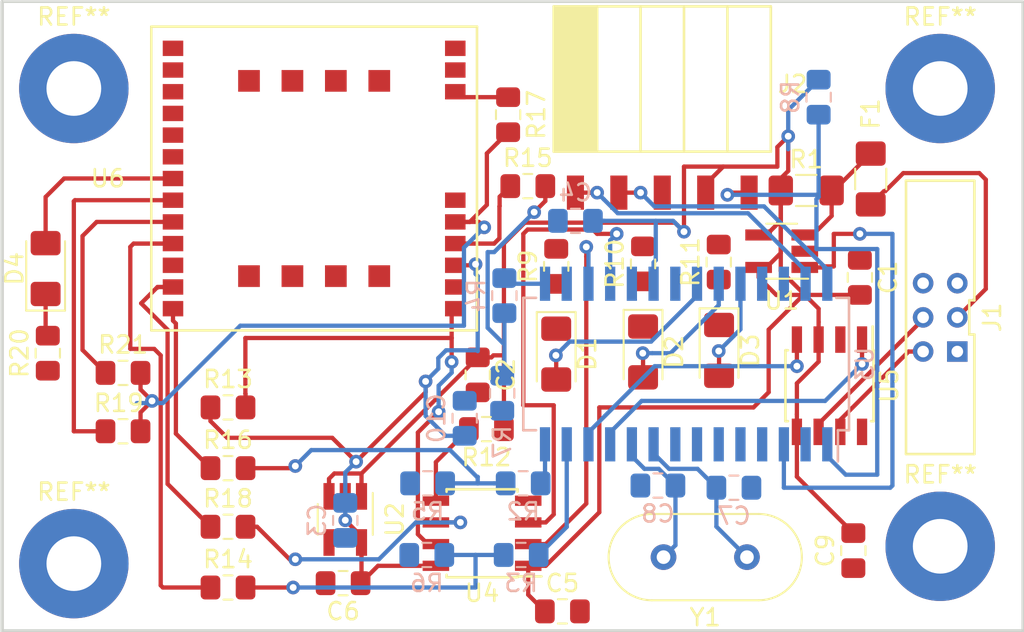
<source format=kicad_pcb>
(kicad_pcb (version 20171130) (host pcbnew "(5.0.0)")

  (general
    (thickness 1.6)
    (drawings 4)
    (tracks 342)
    (zones 0)
    (modules 49)
    (nets 63)
  )

  (page A4)
  (layers
    (0 F.Cu signal)
    (31 B.Cu signal)
    (32 B.Adhes user)
    (33 F.Adhes user hide)
    (34 B.Paste user)
    (35 F.Paste user)
    (36 B.SilkS user)
    (37 F.SilkS user)
    (38 B.Mask user)
    (39 F.Mask user)
    (40 Dwgs.User user)
    (41 Cmts.User user)
    (42 Eco1.User user)
    (43 Eco2.User user)
    (44 Edge.Cuts user)
    (45 Margin user)
    (46 B.CrtYd user)
    (47 F.CrtYd user)
    (48 B.Fab user hide)
    (49 F.Fab user hide)
  )

  (setup
    (last_trace_width 0.25)
    (user_trace_width 0.1524)
    (user_trace_width 0.254)
    (user_trace_width 0.381)
    (trace_clearance 0.1524)
    (zone_clearance 0.508)
    (zone_45_only no)
    (trace_min 0.1524)
    (segment_width 0.2)
    (edge_width 0.15)
    (via_size 0.8)
    (via_drill 0.4)
    (via_min_size 0.4)
    (via_min_drill 0.3)
    (uvia_size 0.3)
    (uvia_drill 0.1)
    (uvias_allowed no)
    (uvia_min_size 0.2)
    (uvia_min_drill 0.1)
    (pcb_text_width 0.3)
    (pcb_text_size 1.5 1.5)
    (mod_edge_width 0.15)
    (mod_text_size 1 1)
    (mod_text_width 0.15)
    (pad_size 3.2 3.2)
    (pad_drill 3.2)
    (pad_to_mask_clearance 0.051)
    (solder_mask_min_width 0.25)
    (aux_axis_origin 0 0)
    (visible_elements 7FFFF7FF)
    (pcbplotparams
      (layerselection 0x010fc_ffffffff)
      (usegerberextensions false)
      (usegerberattributes false)
      (usegerberadvancedattributes false)
      (creategerberjobfile false)
      (excludeedgelayer true)
      (linewidth 0.100000)
      (plotframeref false)
      (viasonmask false)
      (mode 1)
      (useauxorigin false)
      (hpglpennumber 1)
      (hpglpenspeed 20)
      (hpglpendiameter 15.000000)
      (psnegative false)
      (psa4output false)
      (plotreference true)
      (plotvalue true)
      (plotinvisibletext false)
      (padsonsilk false)
      (subtractmaskfromsilk false)
      (outputformat 1)
      (mirror false)
      (drillshape 1)
      (scaleselection 1)
      (outputdirectory ""))
  )

  (net 0 "")
  (net 1 "Net-(F1-Pad1)")
  (net 2 "Net-(J1-Pad1)")
  (net 3 GND)
  (net 4 CANL)
  (net 5 CANH)
  (net 6 /MCU/ICSPCLK)
  (net 7 /MCU/ICSPDAT)
  (net 8 +5V)
  (net 9 /MCU/~MCLR)
  (net 10 "Net-(F1-Pad2)")
  (net 11 /MODULE/GPS_RESET)
  (net 12 "Net-(U6-Pad2)")
  (net 13 +3V3)
  (net 14 "Net-(R15-Pad2)")
  (net 15 /MODULE/VOUT)
  (net 16 "Net-(R17-Pad1)")
  (net 17 "Net-(U6-Pad8)")
  (net 18 "Net-(U6-Pad10)")
  (net 19 "Net-(U6-Pad11)")
  (net 20 "Net-(U6-Pad12)")
  (net 21 "Net-(U6-Pad13)")
  (net 22 "Net-(U6-Pad14)")
  (net 23 "Net-(U6-Pad15)")
  (net 24 "Net-(D4-Pad2)")
  (net 25 "Net-(R19-Pad1)")
  (net 26 "Net-(R21-Pad1)")
  (net 27 "Net-(R14-Pad1)")
  (net 28 "Net-(U6-Pad20)")
  (net 29 "Net-(R18-Pad1)")
  (net 30 "Net-(R16-Pad1)")
  (net 31 "Net-(D4-Pad1)")
  (net 32 /MODULE/GPS_RX)
  (net 33 /MCU/TX_5V)
  (net 34 /MCU/ON_OFF)
  (net 35 /MODULE/GPS_ON_OFF)
  (net 36 /MODULE/GPS_WAKEUP)
  (net 37 "Net-(D1-Pad1)")
  (net 38 "Net-(D3-Pad1)")
  (net 39 "Net-(D2-Pad1)")
  (net 40 /MCU/WAKEUP)
  (net 41 "Net-(R12-Pad2)")
  (net 42 "Net-(U2-Pad4)")
  (net 43 /CURR_AMP/CURR_AMP)
  (net 44 /MCU/CAN_TX)
  (net 45 /MCU/CAN_RX)
  (net 46 /MCU/RX_5V)
  (net 47 "Net-(U3-Pad2)")
  (net 48 "Net-(U3-Pad4)")
  (net 49 /MCU/VREF+)
  (net 50 "Net-(U3-Pad6)")
  (net 51 "Net-(U3-Pad7)")
  (net 52 /MCU/OSC1)
  (net 53 /MCU/OSC2)
  (net 54 "Net-(U3-Pad16)")
  (net 55 "Net-(U3-Pad21)")
  (net 56 "Net-(D1-Pad2)")
  (net 57 "Net-(D2-Pad2)")
  (net 58 "Net-(D3-Pad2)")
  (net 59 "Net-(U3-Pad25)")
  (net 60 "Net-(U3-Pad26)")
  (net 61 /MODULE/GPS_TX)
  (net 62 /MCU/RESET_5V)

  (net_class Default "This is the default net class."
    (clearance 0.1524)
    (trace_width 0.25)
    (via_dia 0.8)
    (via_drill 0.4)
    (uvia_dia 0.3)
    (uvia_drill 0.1)
    (add_net +3V3)
    (add_net +5V)
    (add_net /CURR_AMP/CURR_AMP)
    (add_net /MCU/CAN_RX)
    (add_net /MCU/CAN_TX)
    (add_net /MCU/ICSPCLK)
    (add_net /MCU/ICSPDAT)
    (add_net /MCU/ON_OFF)
    (add_net /MCU/OSC1)
    (add_net /MCU/OSC2)
    (add_net /MCU/RESET_5V)
    (add_net /MCU/RX_5V)
    (add_net /MCU/TX_5V)
    (add_net /MCU/VREF+)
    (add_net /MCU/WAKEUP)
    (add_net /MCU/~MCLR)
    (add_net /MODULE/GPS_ON_OFF)
    (add_net /MODULE/GPS_RESET)
    (add_net /MODULE/GPS_RX)
    (add_net /MODULE/GPS_TX)
    (add_net /MODULE/GPS_WAKEUP)
    (add_net /MODULE/VOUT)
    (add_net CANH)
    (add_net CANL)
    (add_net GND)
    (add_net "Net-(D1-Pad1)")
    (add_net "Net-(D1-Pad2)")
    (add_net "Net-(D2-Pad1)")
    (add_net "Net-(D2-Pad2)")
    (add_net "Net-(D3-Pad1)")
    (add_net "Net-(D3-Pad2)")
    (add_net "Net-(D4-Pad1)")
    (add_net "Net-(D4-Pad2)")
    (add_net "Net-(F1-Pad1)")
    (add_net "Net-(F1-Pad2)")
    (add_net "Net-(J1-Pad1)")
    (add_net "Net-(R12-Pad2)")
    (add_net "Net-(R14-Pad1)")
    (add_net "Net-(R15-Pad2)")
    (add_net "Net-(R16-Pad1)")
    (add_net "Net-(R17-Pad1)")
    (add_net "Net-(R18-Pad1)")
    (add_net "Net-(R19-Pad1)")
    (add_net "Net-(R21-Pad1)")
    (add_net "Net-(U2-Pad4)")
    (add_net "Net-(U3-Pad16)")
    (add_net "Net-(U3-Pad2)")
    (add_net "Net-(U3-Pad21)")
    (add_net "Net-(U3-Pad25)")
    (add_net "Net-(U3-Pad26)")
    (add_net "Net-(U3-Pad4)")
    (add_net "Net-(U3-Pad6)")
    (add_net "Net-(U3-Pad7)")
    (add_net "Net-(U6-Pad10)")
    (add_net "Net-(U6-Pad11)")
    (add_net "Net-(U6-Pad12)")
    (add_net "Net-(U6-Pad13)")
    (add_net "Net-(U6-Pad14)")
    (add_net "Net-(U6-Pad15)")
    (add_net "Net-(U6-Pad2)")
    (add_net "Net-(U6-Pad20)")
    (add_net "Net-(U6-Pad8)")
  )

  (module MountingHole:MountingHole_3.2mm_M3_Pad (layer F.Cu) (tedit 56D1B4CB) (tstamp 5C9AE662)
    (at 153.924 100.457)
    (descr "Mounting Hole 3.2mm, M3")
    (tags "mounting hole 3.2mm m3")
    (attr virtual)
    (fp_text reference REF** (at 0 -4.2) (layer F.SilkS)
      (effects (font (size 1 1) (thickness 0.15)))
    )
    (fp_text value MountingHole_3.2mm_M3_Pad (at 0 4.2) (layer F.Fab)
      (effects (font (size 1 1) (thickness 0.15)))
    )
    (fp_text user %R (at 0.3 0) (layer F.Fab)
      (effects (font (size 1 1) (thickness 0.15)))
    )
    (fp_circle (center 0 0) (end 3.2 0) (layer Cmts.User) (width 0.15))
    (fp_circle (center 0 0) (end 3.45 0) (layer F.CrtYd) (width 0.05))
    (pad 1 thru_hole circle (at 0 0) (size 6.4 6.4) (drill 3.2) (layers *.Cu *.Mask))
  )

  (module MountingHole:MountingHole_3.2mm_M3_Pad (layer F.Cu) (tedit 56D1B4CB) (tstamp 5C9AE662)
    (at 153.924 73.66)
    (descr "Mounting Hole 3.2mm, M3")
    (tags "mounting hole 3.2mm m3")
    (attr virtual)
    (fp_text reference REF** (at 0 -4.2) (layer F.SilkS)
      (effects (font (size 1 1) (thickness 0.15)))
    )
    (fp_text value MountingHole_3.2mm_M3_Pad (at 0 4.2) (layer F.Fab)
      (effects (font (size 1 1) (thickness 0.15)))
    )
    (fp_text user %R (at 0.3 0) (layer F.Fab)
      (effects (font (size 1 1) (thickness 0.15)))
    )
    (fp_circle (center 0 0) (end 3.2 0) (layer Cmts.User) (width 0.15))
    (fp_circle (center 0 0) (end 3.45 0) (layer F.CrtYd) (width 0.05))
    (pad 1 thru_hole circle (at 0 0) (size 6.4 6.4) (drill 3.2) (layers *.Cu *.Mask))
  )

  (module MountingHole:MountingHole_3.2mm_M3_Pad (layer F.Cu) (tedit 56D1B4CB) (tstamp 5C9AE669)
    (at 103.251 101.473)
    (descr "Mounting Hole 3.2mm, M3")
    (tags "mounting hole 3.2mm m3")
    (attr virtual)
    (fp_text reference REF** (at 0 -4.2) (layer F.SilkS)
      (effects (font (size 1 1) (thickness 0.15)))
    )
    (fp_text value MountingHole_3.2mm_M3_Pad (at 0 4.2) (layer F.Fab)
      (effects (font (size 1 1) (thickness 0.15)))
    )
    (fp_text user %R (at 0.3 0) (layer F.Fab)
      (effects (font (size 1 1) (thickness 0.15)))
    )
    (fp_circle (center 0 0) (end 3.2 0) (layer Cmts.User) (width 0.15))
    (fp_circle (center 0 0) (end 3.45 0) (layer F.CrtYd) (width 0.05))
    (pad 1 thru_hole circle (at 0 0) (size 6.4 6.4) (drill 3.2) (layers *.Cu *.Mask))
  )

  (module Resistor_SMD:R_0805_2012Metric_Pad1.15x1.40mm_HandSolder (layer F.Cu) (tedit 5B36C52B) (tstamp 5C692384)
    (at 112.268 92.329)
    (descr "Resistor SMD 0805 (2012 Metric), square (rectangular) end terminal, IPC_7351 nominal with elongated pad for handsoldering. (Body size source: https://docs.google.com/spreadsheets/d/1BsfQQcO9C6DZCsRaXUlFlo91Tg2WpOkGARC1WS5S8t0/edit?usp=sharing), generated with kicad-footprint-generator")
    (tags "resistor handsolder")
    (path /5C1E33EC/5C082A68)
    (attr smd)
    (fp_text reference R13 (at 0 -1.65) (layer F.SilkS)
      (effects (font (size 1 1) (thickness 0.15)))
    )
    (fp_text value 10k (at 0 1.65) (layer F.Fab)
      (effects (font (size 1 1) (thickness 0.15)))
    )
    (fp_text user %R (at 0 0) (layer F.Fab)
      (effects (font (size 0.5 0.5) (thickness 0.08)))
    )
    (fp_line (start 1.85 0.95) (end -1.85 0.95) (layer F.CrtYd) (width 0.05))
    (fp_line (start 1.85 -0.95) (end 1.85 0.95) (layer F.CrtYd) (width 0.05))
    (fp_line (start -1.85 -0.95) (end 1.85 -0.95) (layer F.CrtYd) (width 0.05))
    (fp_line (start -1.85 0.95) (end -1.85 -0.95) (layer F.CrtYd) (width 0.05))
    (fp_line (start -0.261252 0.71) (end 0.261252 0.71) (layer F.SilkS) (width 0.12))
    (fp_line (start -0.261252 -0.71) (end 0.261252 -0.71) (layer F.SilkS) (width 0.12))
    (fp_line (start 1 0.6) (end -1 0.6) (layer F.Fab) (width 0.1))
    (fp_line (start 1 -0.6) (end 1 0.6) (layer F.Fab) (width 0.1))
    (fp_line (start -1 -0.6) (end 1 -0.6) (layer F.Fab) (width 0.1))
    (fp_line (start -1 0.6) (end -1 -0.6) (layer F.Fab) (width 0.1))
    (pad 2 smd roundrect (at 1.025 0) (size 1.15 1.4) (layers F.Cu F.Paste F.Mask) (roundrect_rratio 0.217391)
      (net 11 /MODULE/GPS_RESET))
    (pad 1 smd roundrect (at -1.025 0) (size 1.15 1.4) (layers F.Cu F.Paste F.Mask) (roundrect_rratio 0.217391)
      (net 13 +3V3))
    (model ${KISYS3DMOD}/Resistor_SMD.3dshapes/R_0805_2012Metric.wrl
      (at (xyz 0 0 0))
      (scale (xyz 1 1 1))
      (rotate (xyz 0 0 0))
    )
  )

  (module Package_SO:SOIC-28W_7.5x18.7mm_P1.27mm (layer B.Cu) (tedit 5A02F2D3) (tstamp 5C68823A)
    (at 139.065 89.789 90)
    (descr "28-Lead Plastic Small Outline (SO) - Wide, 7.50 mm X 18.7 mm Body [SOIC] (https://www.akm.com/akm/en/file/datasheet/AK5394AVS.pdf)")
    (tags "SOIC 1.27")
    (path /5C0E59C4/5BE4A274)
    (attr smd)
    (fp_text reference U3 (at 0 10.45 90) (layer B.SilkS)
      (effects (font (size 1 1) (thickness 0.15)) (justify mirror))
    )
    (fp_text value PIC18F26K83 (at 0 -10.45 90) (layer B.Fab)
      (effects (font (size 1 1) (thickness 0.15)) (justify mirror))
    )
    (fp_line (start -3.875 8.875) (end -5.7 8.875) (layer B.SilkS) (width 0.15))
    (fp_line (start -3.875 -9.525) (end 3.875 -9.525) (layer B.SilkS) (width 0.15))
    (fp_line (start -3.875 9.525) (end 3.875 9.525) (layer B.SilkS) (width 0.15))
    (fp_line (start -3.875 -9.525) (end -3.875 -8.78) (layer B.SilkS) (width 0.15))
    (fp_line (start 3.875 -9.525) (end 3.875 -8.78) (layer B.SilkS) (width 0.15))
    (fp_line (start 3.875 9.525) (end 3.875 8.78) (layer B.SilkS) (width 0.15))
    (fp_line (start -3.875 9.525) (end -3.875 8.875) (layer B.SilkS) (width 0.15))
    (fp_line (start -5.95 -9.7) (end 5.95 -9.7) (layer B.CrtYd) (width 0.05))
    (fp_line (start -5.95 9.7) (end 5.95 9.7) (layer B.CrtYd) (width 0.05))
    (fp_line (start 5.95 9.7) (end 5.95 -9.7) (layer B.CrtYd) (width 0.05))
    (fp_line (start -5.95 9.7) (end -5.95 -9.7) (layer B.CrtYd) (width 0.05))
    (fp_line (start -3.75 8.35) (end -2.75 9.35) (layer B.Fab) (width 0.15))
    (fp_line (start -3.75 -9.35) (end -3.75 8.35) (layer B.Fab) (width 0.15))
    (fp_line (start 3.75 -9.35) (end -3.75 -9.35) (layer B.Fab) (width 0.15))
    (fp_line (start 3.75 9.35) (end 3.75 -9.35) (layer B.Fab) (width 0.15))
    (fp_line (start -2.75 9.35) (end 3.75 9.35) (layer B.Fab) (width 0.15))
    (fp_text user %R (at 0 0 90) (layer B.Fab)
      (effects (font (size 1 1) (thickness 0.15)) (justify mirror))
    )
    (pad 28 smd rect (at 4.7 8.255 90) (size 2 0.6) (layers B.Cu B.Paste B.Mask)
      (net 7 /MCU/ICSPDAT))
    (pad 27 smd rect (at 4.7 6.985 90) (size 2 0.6) (layers B.Cu B.Paste B.Mask)
      (net 6 /MCU/ICSPCLK))
    (pad 26 smd rect (at 4.7 5.715 90) (size 2 0.6) (layers B.Cu B.Paste B.Mask)
      (net 60 "Net-(U3-Pad26)"))
    (pad 25 smd rect (at 4.7 4.445 90) (size 2 0.6) (layers B.Cu B.Paste B.Mask)
      (net 59 "Net-(U3-Pad25)"))
    (pad 24 smd rect (at 4.7 3.175 90) (size 2 0.6) (layers B.Cu B.Paste B.Mask)
      (net 58 "Net-(D3-Pad2)"))
    (pad 23 smd rect (at 4.7 1.905 90) (size 2 0.6) (layers B.Cu B.Paste B.Mask)
      (net 57 "Net-(D2-Pad2)"))
    (pad 22 smd rect (at 4.7 0.635 90) (size 2 0.6) (layers B.Cu B.Paste B.Mask)
      (net 56 "Net-(D1-Pad2)"))
    (pad 21 smd rect (at 4.7 -0.635 90) (size 2 0.6) (layers B.Cu B.Paste B.Mask)
      (net 55 "Net-(U3-Pad21)"))
    (pad 20 smd rect (at 4.7 -1.905 90) (size 2 0.6) (layers B.Cu B.Paste B.Mask)
      (net 8 +5V))
    (pad 19 smd rect (at 4.7 -3.175 90) (size 2 0.6) (layers B.Cu B.Paste B.Mask)
      (net 3 GND))
    (pad 18 smd rect (at 4.7 -4.445 90) (size 2 0.6) (layers B.Cu B.Paste B.Mask)
      (net 46 /MCU/RX_5V))
    (pad 17 smd rect (at 4.7 -5.715 90) (size 2 0.6) (layers B.Cu B.Paste B.Mask)
      (net 62 /MCU/RESET_5V))
    (pad 16 smd rect (at 4.7 -6.985 90) (size 2 0.6) (layers B.Cu B.Paste B.Mask)
      (net 54 "Net-(U3-Pad16)"))
    (pad 15 smd rect (at 4.7 -8.255 90) (size 2 0.6) (layers B.Cu B.Paste B.Mask)
      (net 40 /MCU/WAKEUP))
    (pad 14 smd rect (at -4.7 -8.255 90) (size 2 0.6) (layers B.Cu B.Paste B.Mask)
      (net 33 /MCU/TX_5V))
    (pad 13 smd rect (at -4.7 -6.985 90) (size 2 0.6) (layers B.Cu B.Paste B.Mask)
      (net 34 /MCU/ON_OFF))
    (pad 12 smd rect (at -4.7 -5.715 90) (size 2 0.6) (layers B.Cu B.Paste B.Mask)
      (net 45 /MCU/CAN_RX))
    (pad 11 smd rect (at -4.7 -4.445 90) (size 2 0.6) (layers B.Cu B.Paste B.Mask)
      (net 44 /MCU/CAN_TX))
    (pad 10 smd rect (at -4.7 -3.175 90) (size 2 0.6) (layers B.Cu B.Paste B.Mask)
      (net 53 /MCU/OSC2))
    (pad 9 smd rect (at -4.7 -1.905 90) (size 2 0.6) (layers B.Cu B.Paste B.Mask)
      (net 52 /MCU/OSC1))
    (pad 8 smd rect (at -4.7 -0.635 90) (size 2 0.6) (layers B.Cu B.Paste B.Mask)
      (net 3 GND))
    (pad 7 smd rect (at -4.7 0.635 90) (size 2 0.6) (layers B.Cu B.Paste B.Mask)
      (net 51 "Net-(U3-Pad7)"))
    (pad 6 smd rect (at -4.7 1.905 90) (size 2 0.6) (layers B.Cu B.Paste B.Mask)
      (net 50 "Net-(U3-Pad6)"))
    (pad 5 smd rect (at -4.7 3.175 90) (size 2 0.6) (layers B.Cu B.Paste B.Mask)
      (net 49 /MCU/VREF+))
    (pad 4 smd rect (at -4.7 4.445 90) (size 2 0.6) (layers B.Cu B.Paste B.Mask)
      (net 48 "Net-(U3-Pad4)"))
    (pad 3 smd rect (at -4.7 5.715 90) (size 2 0.6) (layers B.Cu B.Paste B.Mask)
      (net 43 /CURR_AMP/CURR_AMP))
    (pad 2 smd rect (at -4.7 6.985 90) (size 2 0.6) (layers B.Cu B.Paste B.Mask)
      (net 47 "Net-(U3-Pad2)"))
    (pad 1 smd rect (at -4.7 8.255 90) (size 2 0.6) (layers B.Cu B.Paste B.Mask)
      (net 9 /MCU/~MCLR))
    (model ${KISYS3DMOD}/Package_SO.3dshapes/SOIC-28W_7.5x18.7mm_P1.27mm.wrl
      (at (xyz 0 0 0))
      (scale (xyz 1 1 1))
      (rotate (xyz 0 0 0))
    )
  )

  (module Fuse:Fuse_1206_3216Metric_Pad1.42x1.75mm_HandSolder (layer F.Cu) (tedit 5C8E75AB) (tstamp 5C7808B1)
    (at 149.86 78.9575 90)
    (descr "Fuse SMD 1206 (3216 Metric), square (rectangular) end terminal, IPC_7351 nominal with elongated pad for handsoldering. (Body size source: http://www.tortai-tech.com/upload/download/2011102023233369053.pdf), generated with kicad-footprint-generator")
    (tags "resistor handsolder")
    (path /5C0142FC/5C025AC3)
    (attr smd)
    (fp_text reference F1 (at 3.81 0 90) (layer F.SilkS)
      (effects (font (size 1 1) (thickness 0.15)))
    )
    (fp_text value Polyfuse (at 0 1.82 90) (layer F.Fab)
      (effects (font (size 1 1) (thickness 0.15)))
    )
    (fp_line (start -1.6 0.8) (end -1.6 -0.8) (layer F.Fab) (width 0.1))
    (fp_line (start -1.6 -0.8) (end 1.6 -0.8) (layer F.Fab) (width 0.1))
    (fp_line (start 1.6 -0.8) (end 1.6 0.8) (layer F.Fab) (width 0.1))
    (fp_line (start 1.6 0.8) (end -1.6 0.8) (layer F.Fab) (width 0.1))
    (fp_line (start -0.602064 -0.91) (end 0.602064 -0.91) (layer F.SilkS) (width 0.12))
    (fp_line (start -0.602064 0.91) (end 0.602064 0.91) (layer F.SilkS) (width 0.12))
    (fp_line (start -2.45 1.12) (end -2.45 -1.12) (layer F.CrtYd) (width 0.05))
    (fp_line (start -2.45 -1.12) (end 2.45 -1.12) (layer F.CrtYd) (width 0.05))
    (fp_line (start 2.45 -1.12) (end 2.45 1.12) (layer F.CrtYd) (width 0.05))
    (fp_line (start 2.45 1.12) (end -2.45 1.12) (layer F.CrtYd) (width 0.05))
    (fp_text user %R (at 0 0 90) (layer F.Fab)
      (effects (font (size 0.8 0.8) (thickness 0.12)))
    )
    (pad 1 smd roundrect (at -1.4875 0 90) (size 1.425 1.75) (layers F.Cu F.Paste F.Mask) (roundrect_rratio 0.175439)
      (net 1 "Net-(F1-Pad1)"))
    (pad 2 smd roundrect (at 1.4875 0 90) (size 1.425 1.75) (layers F.Cu F.Paste F.Mask) (roundrect_rratio 0.175439)
      (net 10 "Net-(F1-Pad2)"))
    (model ${KISYS3DMOD}/Fuse.3dshapes/Fuse_1206_3216Metric.wrl
      (at (xyz 0 0 0))
      (scale (xyz 1 1 1))
      (rotate (xyz 0 0 0))
    )
  )

  (module Capacitor_SMD:C_0805_2012Metric_Pad1.15x1.40mm_HandSolder (layer F.Cu) (tedit 5C8E7483) (tstamp 5C68FE88)
    (at 149.225 84.718 90)
    (descr "Capacitor SMD 0805 (2012 Metric), square (rectangular) end terminal, IPC_7351 nominal with elongated pad for handsoldering. (Body size source: https://docs.google.com/spreadsheets/d/1BsfQQcO9C6DZCsRaXUlFlo91Tg2WpOkGARC1WS5S8t0/edit?usp=sharing), generated with kicad-footprint-generator")
    (tags "capacitor handsolder")
    (path /5C0142FC/5C02A880)
    (attr smd)
    (fp_text reference C1 (at 0 1.65 90) (layer F.SilkS)
      (effects (font (size 1 1) (thickness 0.15)))
    )
    (fp_text value 0.1µF (at 0 1.65 90) (layer F.Fab)
      (effects (font (size 1 1) (thickness 0.15)))
    )
    (fp_line (start -1 0.6) (end -1 -0.6) (layer F.Fab) (width 0.1))
    (fp_line (start -1 -0.6) (end 1 -0.6) (layer F.Fab) (width 0.1))
    (fp_line (start 1 -0.6) (end 1 0.6) (layer F.Fab) (width 0.1))
    (fp_line (start 1 0.6) (end -1 0.6) (layer F.Fab) (width 0.1))
    (fp_line (start -0.261252 -0.71) (end 0.261252 -0.71) (layer F.SilkS) (width 0.12))
    (fp_line (start -0.261252 0.71) (end 0.261252 0.71) (layer F.SilkS) (width 0.12))
    (fp_line (start -1.85 0.95) (end -1.85 -0.95) (layer F.CrtYd) (width 0.05))
    (fp_line (start -1.85 -0.95) (end 1.85 -0.95) (layer F.CrtYd) (width 0.05))
    (fp_line (start 1.85 -0.95) (end 1.85 0.95) (layer F.CrtYd) (width 0.05))
    (fp_line (start 1.85 0.95) (end -1.85 0.95) (layer F.CrtYd) (width 0.05))
    (fp_text user %R (at 0 0 90) (layer F.Fab)
      (effects (font (size 0.5 0.5) (thickness 0.08)))
    )
    (pad 1 smd roundrect (at -1.025 0 90) (size 1.15 1.4) (layers F.Cu F.Paste F.Mask) (roundrect_rratio 0.217391)
      (net 8 +5V))
    (pad 2 smd roundrect (at 1.025 0 90) (size 1.15 1.4) (layers F.Cu F.Paste F.Mask) (roundrect_rratio 0.217391)
      (net 3 GND))
    (model ${KISYS3DMOD}/Capacitor_SMD.3dshapes/C_0805_2012Metric.wrl
      (at (xyz 0 0 0))
      (scale (xyz 1 1 1))
      (rotate (xyz 0 0 0))
    )
  )

  (module Capacitor_SMD:C_0805_2012Metric_Pad1.15x1.40mm_HandSolder (layer F.Cu) (tedit 5B36C52B) (tstamp 5C688336)
    (at 126.873 90.424 270)
    (descr "Capacitor SMD 0805 (2012 Metric), square (rectangular) end terminal, IPC_7351 nominal with elongated pad for handsoldering. (Body size source: https://docs.google.com/spreadsheets/d/1BsfQQcO9C6DZCsRaXUlFlo91Tg2WpOkGARC1WS5S8t0/edit?usp=sharing), generated with kicad-footprint-generator")
    (tags "capacitor handsolder")
    (path /5C0142FC/5C02BEED)
    (attr smd)
    (fp_text reference C2 (at 0 -1.65 270) (layer F.SilkS)
      (effects (font (size 1 1) (thickness 0.15)))
    )
    (fp_text value 1µf (at 0 1.65 270) (layer F.Fab)
      (effects (font (size 1 1) (thickness 0.15)))
    )
    (fp_text user %R (at 0 0 270) (layer F.Fab)
      (effects (font (size 0.5 0.5) (thickness 0.08)))
    )
    (fp_line (start 1.85 0.95) (end -1.85 0.95) (layer F.CrtYd) (width 0.05))
    (fp_line (start 1.85 -0.95) (end 1.85 0.95) (layer F.CrtYd) (width 0.05))
    (fp_line (start -1.85 -0.95) (end 1.85 -0.95) (layer F.CrtYd) (width 0.05))
    (fp_line (start -1.85 0.95) (end -1.85 -0.95) (layer F.CrtYd) (width 0.05))
    (fp_line (start -0.261252 0.71) (end 0.261252 0.71) (layer F.SilkS) (width 0.12))
    (fp_line (start -0.261252 -0.71) (end 0.261252 -0.71) (layer F.SilkS) (width 0.12))
    (fp_line (start 1 0.6) (end -1 0.6) (layer F.Fab) (width 0.1))
    (fp_line (start 1 -0.6) (end 1 0.6) (layer F.Fab) (width 0.1))
    (fp_line (start -1 -0.6) (end 1 -0.6) (layer F.Fab) (width 0.1))
    (fp_line (start -1 0.6) (end -1 -0.6) (layer F.Fab) (width 0.1))
    (pad 2 smd roundrect (at 1.025 0 270) (size 1.15 1.4) (layers F.Cu F.Paste F.Mask) (roundrect_rratio 0.217391)
      (net 3 GND))
    (pad 1 smd roundrect (at -1.025 0 270) (size 1.15 1.4) (layers F.Cu F.Paste F.Mask) (roundrect_rratio 0.217391)
      (net 8 +5V))
    (model ${KISYS3DMOD}/Capacitor_SMD.3dshapes/C_0805_2012Metric.wrl
      (at (xyz 0 0 0))
      (scale (xyz 1 1 1))
      (rotate (xyz 0 0 0))
    )
  )

  (module Capacitor_SMD:C_0805_2012Metric_Pad1.15x1.40mm_HandSolder (layer B.Cu) (tedit 5B36C52B) (tstamp 5C68A262)
    (at 119.126 98.942 270)
    (descr "Capacitor SMD 0805 (2012 Metric), square (rectangular) end terminal, IPC_7351 nominal with elongated pad for handsoldering. (Body size source: https://docs.google.com/spreadsheets/d/1BsfQQcO9C6DZCsRaXUlFlo91Tg2WpOkGARC1WS5S8t0/edit?usp=sharing), generated with kicad-footprint-generator")
    (tags "capacitor handsolder")
    (path /5C0142FC/5C02BEF4)
    (attr smd)
    (fp_text reference C3 (at 0 1.65 270) (layer B.SilkS)
      (effects (font (size 1 1) (thickness 0.15)) (justify mirror))
    )
    (fp_text value 1µf (at 0 -1.65 270) (layer B.Fab)
      (effects (font (size 1 1) (thickness 0.15)) (justify mirror))
    )
    (fp_line (start -1 -0.6) (end -1 0.6) (layer B.Fab) (width 0.1))
    (fp_line (start -1 0.6) (end 1 0.6) (layer B.Fab) (width 0.1))
    (fp_line (start 1 0.6) (end 1 -0.6) (layer B.Fab) (width 0.1))
    (fp_line (start 1 -0.6) (end -1 -0.6) (layer B.Fab) (width 0.1))
    (fp_line (start -0.261252 0.71) (end 0.261252 0.71) (layer B.SilkS) (width 0.12))
    (fp_line (start -0.261252 -0.71) (end 0.261252 -0.71) (layer B.SilkS) (width 0.12))
    (fp_line (start -1.85 -0.95) (end -1.85 0.95) (layer B.CrtYd) (width 0.05))
    (fp_line (start -1.85 0.95) (end 1.85 0.95) (layer B.CrtYd) (width 0.05))
    (fp_line (start 1.85 0.95) (end 1.85 -0.95) (layer B.CrtYd) (width 0.05))
    (fp_line (start 1.85 -0.95) (end -1.85 -0.95) (layer B.CrtYd) (width 0.05))
    (fp_text user %R (at 0 0 270) (layer B.Fab)
      (effects (font (size 0.5 0.5) (thickness 0.08)) (justify mirror))
    )
    (pad 1 smd roundrect (at -1.025 0 270) (size 1.15 1.4) (layers B.Cu B.Paste B.Mask) (roundrect_rratio 0.217391)
      (net 13 +3V3))
    (pad 2 smd roundrect (at 1.025 0 270) (size 1.15 1.4) (layers B.Cu B.Paste B.Mask) (roundrect_rratio 0.217391)
      (net 3 GND))
    (model ${KISYS3DMOD}/Capacitor_SMD.3dshapes/C_0805_2012Metric.wrl
      (at (xyz 0 0 0))
      (scale (xyz 1 1 1))
      (rotate (xyz 0 0 0))
    )
  )

  (module Capacitor_SMD:C_0805_2012Metric_Pad1.15x1.40mm_HandSolder (layer B.Cu) (tedit 5C8E71A3) (tstamp 5C688314)
    (at 132.588 81.407)
    (descr "Capacitor SMD 0805 (2012 Metric), square (rectangular) end terminal, IPC_7351 nominal with elongated pad for handsoldering. (Body size source: https://docs.google.com/spreadsheets/d/1BsfQQcO9C6DZCsRaXUlFlo91Tg2WpOkGARC1WS5S8t0/edit?usp=sharing), generated with kicad-footprint-generator")
    (tags "capacitor handsolder")
    (path /5C0E59C4/5BE4EF57)
    (attr smd)
    (fp_text reference C4 (at 0 -1.65) (layer B.SilkS)
      (effects (font (size 1 1) (thickness 0.15)) (justify mirror))
    )
    (fp_text value 0.1µF (at 0 -1.65) (layer B.Fab)
      (effects (font (size 1 1) (thickness 0.15)) (justify mirror))
    )
    (fp_text user %R (at 0 0) (layer B.Fab)
      (effects (font (size 0.5 0.5) (thickness 0.08)) (justify mirror))
    )
    (fp_line (start 1.85 -0.95) (end -1.85 -0.95) (layer B.CrtYd) (width 0.05))
    (fp_line (start 1.85 0.95) (end 1.85 -0.95) (layer B.CrtYd) (width 0.05))
    (fp_line (start -1.85 0.95) (end 1.85 0.95) (layer B.CrtYd) (width 0.05))
    (fp_line (start -1.85 -0.95) (end -1.85 0.95) (layer B.CrtYd) (width 0.05))
    (fp_line (start -0.261252 -0.71) (end 0.261252 -0.71) (layer B.SilkS) (width 0.12))
    (fp_line (start -0.261252 0.71) (end 0.261252 0.71) (layer B.SilkS) (width 0.12))
    (fp_line (start 1 -0.6) (end -1 -0.6) (layer B.Fab) (width 0.1))
    (fp_line (start 1 0.6) (end 1 -0.6) (layer B.Fab) (width 0.1))
    (fp_line (start -1 0.6) (end 1 0.6) (layer B.Fab) (width 0.1))
    (fp_line (start -1 -0.6) (end -1 0.6) (layer B.Fab) (width 0.1))
    (pad 2 smd roundrect (at 1.025 0) (size 1.15 1.4) (layers B.Cu B.Paste B.Mask) (roundrect_rratio 0.217391)
      (net 8 +5V))
    (pad 1 smd roundrect (at -1.025 0) (size 1.15 1.4) (layers B.Cu B.Paste B.Mask) (roundrect_rratio 0.217391)
      (net 3 GND))
    (model ${KISYS3DMOD}/Capacitor_SMD.3dshapes/C_0805_2012Metric.wrl
      (at (xyz 0 0 0))
      (scale (xyz 1 1 1))
      (rotate (xyz 0 0 0))
    )
  )

  (module Capacitor_SMD:C_0805_2012Metric_Pad1.15x1.40mm_HandSolder (layer F.Cu) (tedit 5C8E7B9A) (tstamp 5C688303)
    (at 131.826 104.267 180)
    (descr "Capacitor SMD 0805 (2012 Metric), square (rectangular) end terminal, IPC_7351 nominal with elongated pad for handsoldering. (Body size source: https://docs.google.com/spreadsheets/d/1BsfQQcO9C6DZCsRaXUlFlo91Tg2WpOkGARC1WS5S8t0/edit?usp=sharing), generated with kicad-footprint-generator")
    (tags "capacitor handsolder")
    (path /5C0E59C4/5C0464E4)
    (attr smd)
    (fp_text reference C5 (at 0 1.65 180) (layer F.SilkS)
      (effects (font (size 1 1) (thickness 0.15)))
    )
    (fp_text value 10nF (at 0 1.65 180) (layer F.Fab)
      (effects (font (size 1 1) (thickness 0.15)))
    )
    (fp_line (start -1 0.6) (end -1 -0.6) (layer F.Fab) (width 0.1))
    (fp_line (start -1 -0.6) (end 1 -0.6) (layer F.Fab) (width 0.1))
    (fp_line (start 1 -0.6) (end 1 0.6) (layer F.Fab) (width 0.1))
    (fp_line (start 1 0.6) (end -1 0.6) (layer F.Fab) (width 0.1))
    (fp_line (start -0.261252 -0.71) (end 0.261252 -0.71) (layer F.SilkS) (width 0.12))
    (fp_line (start -0.261252 0.71) (end 0.261252 0.71) (layer F.SilkS) (width 0.12))
    (fp_line (start -1.85 0.95) (end -1.85 -0.95) (layer F.CrtYd) (width 0.05))
    (fp_line (start -1.85 -0.95) (end 1.85 -0.95) (layer F.CrtYd) (width 0.05))
    (fp_line (start 1.85 -0.95) (end 1.85 0.95) (layer F.CrtYd) (width 0.05))
    (fp_line (start 1.85 0.95) (end -1.85 0.95) (layer F.CrtYd) (width 0.05))
    (fp_text user %R (at 0 0 180) (layer F.Fab)
      (effects (font (size 0.5 0.5) (thickness 0.08)))
    )
    (pad 1 smd roundrect (at -1.025 0 180) (size 1.15 1.4) (layers F.Cu F.Paste F.Mask) (roundrect_rratio 0.217391)
      (net 3 GND))
    (pad 2 smd roundrect (at 1.025 0 180) (size 1.15 1.4) (layers F.Cu F.Paste F.Mask) (roundrect_rratio 0.217391)
      (net 8 +5V))
    (model ${KISYS3DMOD}/Capacitor_SMD.3dshapes/C_0805_2012Metric.wrl
      (at (xyz 0 0 0))
      (scale (xyz 1 1 1))
      (rotate (xyz 0 0 0))
    )
  )

  (module Capacitor_SMD:C_0805_2012Metric_Pad1.15x1.40mm_HandSolder (layer F.Cu) (tedit 5C8E7527) (tstamp 5C6882F2)
    (at 118.999 102.616)
    (descr "Capacitor SMD 0805 (2012 Metric), square (rectangular) end terminal, IPC_7351 nominal with elongated pad for handsoldering. (Body size source: https://docs.google.com/spreadsheets/d/1BsfQQcO9C6DZCsRaXUlFlo91Tg2WpOkGARC1WS5S8t0/edit?usp=sharing), generated with kicad-footprint-generator")
    (tags "capacitor handsolder")
    (path /5C0E59C4/5C0464C1)
    (attr smd)
    (fp_text reference C6 (at 0 1.65) (layer F.SilkS)
      (effects (font (size 1 1) (thickness 0.15)))
    )
    (fp_text value 10nF (at 0 1.65) (layer F.Fab)
      (effects (font (size 1 1) (thickness 0.15)))
    )
    (fp_line (start -1 0.6) (end -1 -0.6) (layer F.Fab) (width 0.1))
    (fp_line (start -1 -0.6) (end 1 -0.6) (layer F.Fab) (width 0.1))
    (fp_line (start 1 -0.6) (end 1 0.6) (layer F.Fab) (width 0.1))
    (fp_line (start 1 0.6) (end -1 0.6) (layer F.Fab) (width 0.1))
    (fp_line (start -0.261252 -0.71) (end 0.261252 -0.71) (layer F.SilkS) (width 0.12))
    (fp_line (start -0.261252 0.71) (end 0.261252 0.71) (layer F.SilkS) (width 0.12))
    (fp_line (start -1.85 0.95) (end -1.85 -0.95) (layer F.CrtYd) (width 0.05))
    (fp_line (start -1.85 -0.95) (end 1.85 -0.95) (layer F.CrtYd) (width 0.05))
    (fp_line (start 1.85 -0.95) (end 1.85 0.95) (layer F.CrtYd) (width 0.05))
    (fp_line (start 1.85 0.95) (end -1.85 0.95) (layer F.CrtYd) (width 0.05))
    (fp_text user %R (at 0 0) (layer F.Fab)
      (effects (font (size 0.5 0.5) (thickness 0.08)))
    )
    (pad 1 smd roundrect (at -1.025 0) (size 1.15 1.4) (layers F.Cu F.Paste F.Mask) (roundrect_rratio 0.217391)
      (net 3 GND))
    (pad 2 smd roundrect (at 1.025 0) (size 1.15 1.4) (layers F.Cu F.Paste F.Mask) (roundrect_rratio 0.217391)
      (net 13 +3V3))
    (model ${KISYS3DMOD}/Capacitor_SMD.3dshapes/C_0805_2012Metric.wrl
      (at (xyz 0 0 0))
      (scale (xyz 1 1 1))
      (rotate (xyz 0 0 0))
    )
  )

  (module Capacitor_SMD:C_0805_2012Metric_Pad1.15x1.40mm_HandSolder (layer B.Cu) (tedit 5B36C52B) (tstamp 5C689D7A)
    (at 141.859 97.028)
    (descr "Capacitor SMD 0805 (2012 Metric), square (rectangular) end terminal, IPC_7351 nominal with elongated pad for handsoldering. (Body size source: https://docs.google.com/spreadsheets/d/1BsfQQcO9C6DZCsRaXUlFlo91Tg2WpOkGARC1WS5S8t0/edit?usp=sharing), generated with kicad-footprint-generator")
    (tags "capacitor handsolder")
    (path /5C0E59C4/5C03346C)
    (attr smd)
    (fp_text reference C7 (at 0 1.65) (layer B.SilkS)
      (effects (font (size 1 1) (thickness 0.15)) (justify mirror))
    )
    (fp_text value 26pF (at 0 -1.65) (layer B.Fab)
      (effects (font (size 1 1) (thickness 0.15)) (justify mirror))
    )
    (fp_text user %R (at 0 0) (layer B.Fab)
      (effects (font (size 0.5 0.5) (thickness 0.08)) (justify mirror))
    )
    (fp_line (start 1.85 -0.95) (end -1.85 -0.95) (layer B.CrtYd) (width 0.05))
    (fp_line (start 1.85 0.95) (end 1.85 -0.95) (layer B.CrtYd) (width 0.05))
    (fp_line (start -1.85 0.95) (end 1.85 0.95) (layer B.CrtYd) (width 0.05))
    (fp_line (start -1.85 -0.95) (end -1.85 0.95) (layer B.CrtYd) (width 0.05))
    (fp_line (start -0.261252 -0.71) (end 0.261252 -0.71) (layer B.SilkS) (width 0.12))
    (fp_line (start -0.261252 0.71) (end 0.261252 0.71) (layer B.SilkS) (width 0.12))
    (fp_line (start 1 -0.6) (end -1 -0.6) (layer B.Fab) (width 0.1))
    (fp_line (start 1 0.6) (end 1 -0.6) (layer B.Fab) (width 0.1))
    (fp_line (start -1 0.6) (end 1 0.6) (layer B.Fab) (width 0.1))
    (fp_line (start -1 -0.6) (end -1 0.6) (layer B.Fab) (width 0.1))
    (pad 2 smd roundrect (at 1.025 0) (size 1.15 1.4) (layers B.Cu B.Paste B.Mask) (roundrect_rratio 0.217391)
      (net 3 GND))
    (pad 1 smd roundrect (at -1.025 0) (size 1.15 1.4) (layers B.Cu B.Paste B.Mask) (roundrect_rratio 0.217391)
      (net 52 /MCU/OSC1))
    (model ${KISYS3DMOD}/Capacitor_SMD.3dshapes/C_0805_2012Metric.wrl
      (at (xyz 0 0 0))
      (scale (xyz 1 1 1))
      (rotate (xyz 0 0 0))
    )
  )

  (module Capacitor_SMD:C_0805_2012Metric_Pad1.15x1.40mm_HandSolder (layer B.Cu) (tedit 5C8E7187) (tstamp 5C689DAA)
    (at 137.414 96.901 180)
    (descr "Capacitor SMD 0805 (2012 Metric), square (rectangular) end terminal, IPC_7351 nominal with elongated pad for handsoldering. (Body size source: https://docs.google.com/spreadsheets/d/1BsfQQcO9C6DZCsRaXUlFlo91Tg2WpOkGARC1WS5S8t0/edit?usp=sharing), generated with kicad-footprint-generator")
    (tags "capacitor handsolder")
    (path /5C0E59C4/5C03711D)
    (attr smd)
    (fp_text reference C8 (at 0 -1.65 180) (layer B.SilkS)
      (effects (font (size 1 1) (thickness 0.15)) (justify mirror))
    )
    (fp_text value 26pF (at 0 -1.65 180) (layer B.Fab)
      (effects (font (size 1 1) (thickness 0.15)) (justify mirror))
    )
    (fp_line (start -1 -0.6) (end -1 0.6) (layer B.Fab) (width 0.1))
    (fp_line (start -1 0.6) (end 1 0.6) (layer B.Fab) (width 0.1))
    (fp_line (start 1 0.6) (end 1 -0.6) (layer B.Fab) (width 0.1))
    (fp_line (start 1 -0.6) (end -1 -0.6) (layer B.Fab) (width 0.1))
    (fp_line (start -0.261252 0.71) (end 0.261252 0.71) (layer B.SilkS) (width 0.12))
    (fp_line (start -0.261252 -0.71) (end 0.261252 -0.71) (layer B.SilkS) (width 0.12))
    (fp_line (start -1.85 -0.95) (end -1.85 0.95) (layer B.CrtYd) (width 0.05))
    (fp_line (start -1.85 0.95) (end 1.85 0.95) (layer B.CrtYd) (width 0.05))
    (fp_line (start 1.85 0.95) (end 1.85 -0.95) (layer B.CrtYd) (width 0.05))
    (fp_line (start 1.85 -0.95) (end -1.85 -0.95) (layer B.CrtYd) (width 0.05))
    (fp_text user %R (at 0 0 180) (layer B.Fab)
      (effects (font (size 0.5 0.5) (thickness 0.08)) (justify mirror))
    )
    (pad 1 smd roundrect (at -1.025 0 180) (size 1.15 1.4) (layers B.Cu B.Paste B.Mask) (roundrect_rratio 0.217391)
      (net 53 /MCU/OSC2))
    (pad 2 smd roundrect (at 1.025 0 180) (size 1.15 1.4) (layers B.Cu B.Paste B.Mask) (roundrect_rratio 0.217391)
      (net 3 GND))
    (model ${KISYS3DMOD}/Capacitor_SMD.3dshapes/C_0805_2012Metric.wrl
      (at (xyz 0 0 0))
      (scale (xyz 1 1 1))
      (rotate (xyz 0 0 0))
    )
  )

  (module Capacitor_SMD:C_0805_2012Metric_Pad1.15x1.40mm_HandSolder (layer F.Cu) (tedit 5C8E7469) (tstamp 5C690B53)
    (at 148.844 100.711 270)
    (descr "Capacitor SMD 0805 (2012 Metric), square (rectangular) end terminal, IPC_7351 nominal with elongated pad for handsoldering. (Body size source: https://docs.google.com/spreadsheets/d/1BsfQQcO9C6DZCsRaXUlFlo91Tg2WpOkGARC1WS5S8t0/edit?usp=sharing), generated with kicad-footprint-generator")
    (tags "capacitor handsolder")
    (path /5C0E59C4/5C00F59F)
    (attr smd)
    (fp_text reference C9 (at 0 1.65 270) (layer F.SilkS)
      (effects (font (size 1 1) (thickness 0.15)))
    )
    (fp_text value 10uF (at 0 1.65 270) (layer F.Fab)
      (effects (font (size 1 1) (thickness 0.15)))
    )
    (fp_text user %R (at 0 0 270) (layer F.Fab)
      (effects (font (size 0.5 0.5) (thickness 0.08)))
    )
    (fp_line (start 1.85 0.95) (end -1.85 0.95) (layer F.CrtYd) (width 0.05))
    (fp_line (start 1.85 -0.95) (end 1.85 0.95) (layer F.CrtYd) (width 0.05))
    (fp_line (start -1.85 -0.95) (end 1.85 -0.95) (layer F.CrtYd) (width 0.05))
    (fp_line (start -1.85 0.95) (end -1.85 -0.95) (layer F.CrtYd) (width 0.05))
    (fp_line (start -0.261252 0.71) (end 0.261252 0.71) (layer F.SilkS) (width 0.12))
    (fp_line (start -0.261252 -0.71) (end 0.261252 -0.71) (layer F.SilkS) (width 0.12))
    (fp_line (start 1 0.6) (end -1 0.6) (layer F.Fab) (width 0.1))
    (fp_line (start 1 -0.6) (end 1 0.6) (layer F.Fab) (width 0.1))
    (fp_line (start -1 -0.6) (end 1 -0.6) (layer F.Fab) (width 0.1))
    (fp_line (start -1 0.6) (end -1 -0.6) (layer F.Fab) (width 0.1))
    (pad 2 smd roundrect (at 1.025 0 270) (size 1.15 1.4) (layers F.Cu F.Paste F.Mask) (roundrect_rratio 0.217391)
      (net 3 GND))
    (pad 1 smd roundrect (at -1.025 0 270) (size 1.15 1.4) (layers F.Cu F.Paste F.Mask) (roundrect_rratio 0.217391)
      (net 8 +5V))
    (model ${KISYS3DMOD}/Capacitor_SMD.3dshapes/C_0805_2012Metric.wrl
      (at (xyz 0 0 0))
      (scale (xyz 1 1 1))
      (rotate (xyz 0 0 0))
    )
  )

  (module Capacitor_SMD:C_0805_2012Metric_Pad1.15x1.40mm_HandSolder (layer B.Cu) (tedit 5C8E73A4) (tstamp 5C690844)
    (at 126.111 92.964 90)
    (descr "Capacitor SMD 0805 (2012 Metric), square (rectangular) end terminal, IPC_7351 nominal with elongated pad for handsoldering. (Body size source: https://docs.google.com/spreadsheets/d/1BsfQQcO9C6DZCsRaXUlFlo91Tg2WpOkGARC1WS5S8t0/edit?usp=sharing), generated with kicad-footprint-generator")
    (tags "capacitor handsolder")
    (path /5C1E33EC/5C12505F)
    (attr smd)
    (fp_text reference C10 (at 0 -1.65 90) (layer B.SilkS)
      (effects (font (size 1 1) (thickness 0.15)) (justify mirror))
    )
    (fp_text value 0.1µf (at 0 -1.65 90) (layer B.Fab)
      (effects (font (size 1 1) (thickness 0.15)) (justify mirror))
    )
    (fp_text user %R (at 0 0 90) (layer B.Fab)
      (effects (font (size 0.5 0.5) (thickness 0.08)) (justify mirror))
    )
    (fp_line (start 1.85 -0.95) (end -1.85 -0.95) (layer B.CrtYd) (width 0.05))
    (fp_line (start 1.85 0.95) (end 1.85 -0.95) (layer B.CrtYd) (width 0.05))
    (fp_line (start -1.85 0.95) (end 1.85 0.95) (layer B.CrtYd) (width 0.05))
    (fp_line (start -1.85 -0.95) (end -1.85 0.95) (layer B.CrtYd) (width 0.05))
    (fp_line (start -0.261252 -0.71) (end 0.261252 -0.71) (layer B.SilkS) (width 0.12))
    (fp_line (start -0.261252 0.71) (end 0.261252 0.71) (layer B.SilkS) (width 0.12))
    (fp_line (start 1 -0.6) (end -1 -0.6) (layer B.Fab) (width 0.1))
    (fp_line (start 1 0.6) (end 1 -0.6) (layer B.Fab) (width 0.1))
    (fp_line (start -1 0.6) (end 1 0.6) (layer B.Fab) (width 0.1))
    (fp_line (start -1 -0.6) (end -1 0.6) (layer B.Fab) (width 0.1))
    (pad 2 smd roundrect (at 1.025 0 90) (size 1.15 1.4) (layers B.Cu B.Paste B.Mask) (roundrect_rratio 0.217391)
      (net 3 GND))
    (pad 1 smd roundrect (at -1.025 0 90) (size 1.15 1.4) (layers B.Cu B.Paste B.Mask) (roundrect_rratio 0.217391)
      (net 13 +3V3))
    (model ${KISYS3DMOD}/Capacitor_SMD.3dshapes/C_0805_2012Metric.wrl
      (at (xyz 0 0 0))
      (scale (xyz 1 1 1))
      (rotate (xyz 0 0 0))
    )
  )

  (module Crystal:Crystal_HC49-U_Vertical (layer F.Cu) (tedit 5A1AD3B8) (tstamp 5C689D3E)
    (at 142.621 101.092 180)
    (descr "Crystal THT HC-49/U http://5hertz.com/pdfs/04404_D.pdf")
    (tags "THT crystalHC-49/U")
    (path /5C0E59C4/5C01FE22)
    (fp_text reference Y1 (at 2.44 -3.525 180) (layer F.SilkS)
      (effects (font (size 1 1) (thickness 0.15)))
    )
    (fp_text value Crystal (at 2.44 3.525 180) (layer F.Fab)
      (effects (font (size 1 1) (thickness 0.15)))
    )
    (fp_text user %R (at 2.44 0 180) (layer F.Fab)
      (effects (font (size 1 1) (thickness 0.15)))
    )
    (fp_line (start -0.685 -2.325) (end 5.565 -2.325) (layer F.Fab) (width 0.1))
    (fp_line (start -0.685 2.325) (end 5.565 2.325) (layer F.Fab) (width 0.1))
    (fp_line (start -0.56 -2) (end 5.44 -2) (layer F.Fab) (width 0.1))
    (fp_line (start -0.56 2) (end 5.44 2) (layer F.Fab) (width 0.1))
    (fp_line (start -0.685 -2.525) (end 5.565 -2.525) (layer F.SilkS) (width 0.12))
    (fp_line (start -0.685 2.525) (end 5.565 2.525) (layer F.SilkS) (width 0.12))
    (fp_line (start -3.5 -2.8) (end -3.5 2.8) (layer F.CrtYd) (width 0.05))
    (fp_line (start -3.5 2.8) (end 8.4 2.8) (layer F.CrtYd) (width 0.05))
    (fp_line (start 8.4 2.8) (end 8.4 -2.8) (layer F.CrtYd) (width 0.05))
    (fp_line (start 8.4 -2.8) (end -3.5 -2.8) (layer F.CrtYd) (width 0.05))
    (fp_arc (start -0.685 0) (end -0.685 -2.325) (angle -180) (layer F.Fab) (width 0.1))
    (fp_arc (start 5.565 0) (end 5.565 -2.325) (angle 180) (layer F.Fab) (width 0.1))
    (fp_arc (start -0.56 0) (end -0.56 -2) (angle -180) (layer F.Fab) (width 0.1))
    (fp_arc (start 5.44 0) (end 5.44 -2) (angle 180) (layer F.Fab) (width 0.1))
    (fp_arc (start -0.685 0) (end -0.685 -2.525) (angle -180) (layer F.SilkS) (width 0.12))
    (fp_arc (start 5.565 0) (end 5.565 -2.525) (angle 180) (layer F.SilkS) (width 0.12))
    (pad 1 thru_hole circle (at 0 0 180) (size 1.5 1.5) (drill 0.8) (layers *.Cu *.Mask)
      (net 52 /MCU/OSC1))
    (pad 2 thru_hole circle (at 4.88 0 180) (size 1.5 1.5) (drill 0.8) (layers *.Cu *.Mask)
      (net 53 /MCU/OSC2))
    (model ${KISYS3DMOD}/Crystal.3dshapes/Crystal_HC49-U_Vertical.wrl
      (at (xyz 0 0 0))
      (scale (xyz 1 1 1))
      (rotate (xyz 0 0 0))
    )
  )

  (module LED_SMD:LED_1206_3216Metric_Pad1.42x1.75mm_HandSolder (layer F.Cu) (tedit 5B4B45C9) (tstamp 5C688286)
    (at 140.989064 88.989785 270)
    (descr "LED SMD 1206 (3216 Metric), square (rectangular) end terminal, IPC_7351 nominal, (Body size source: http://www.tortai-tech.com/upload/download/2011102023233369053.pdf), generated with kicad-footprint-generator")
    (tags "LED handsolder")
    (path /5C0E59C4/5BE52D20)
    (attr smd)
    (fp_text reference D3 (at 0 -1.82 270) (layer F.SilkS)
      (effects (font (size 1 1) (thickness 0.15)))
    )
    (fp_text value LED (at 0 1.82 270) (layer F.Fab)
      (effects (font (size 1 1) (thickness 0.15)))
    )
    (fp_line (start 1.6 -0.8) (end -1.2 -0.8) (layer F.Fab) (width 0.1))
    (fp_line (start -1.2 -0.8) (end -1.6 -0.4) (layer F.Fab) (width 0.1))
    (fp_line (start -1.6 -0.4) (end -1.6 0.8) (layer F.Fab) (width 0.1))
    (fp_line (start -1.6 0.8) (end 1.6 0.8) (layer F.Fab) (width 0.1))
    (fp_line (start 1.6 0.8) (end 1.6 -0.8) (layer F.Fab) (width 0.1))
    (fp_line (start 1.6 -1.135) (end -2.46 -1.135) (layer F.SilkS) (width 0.12))
    (fp_line (start -2.46 -1.135) (end -2.46 1.135) (layer F.SilkS) (width 0.12))
    (fp_line (start -2.46 1.135) (end 1.6 1.135) (layer F.SilkS) (width 0.12))
    (fp_line (start -2.45 1.12) (end -2.45 -1.12) (layer F.CrtYd) (width 0.05))
    (fp_line (start -2.45 -1.12) (end 2.45 -1.12) (layer F.CrtYd) (width 0.05))
    (fp_line (start 2.45 -1.12) (end 2.45 1.12) (layer F.CrtYd) (width 0.05))
    (fp_line (start 2.45 1.12) (end -2.45 1.12) (layer F.CrtYd) (width 0.05))
    (fp_text user %R (at 0 0 270) (layer F.Fab)
      (effects (font (size 0.8 0.8) (thickness 0.12)))
    )
    (pad 1 smd roundrect (at -1.4875 0 270) (size 1.425 1.75) (layers F.Cu F.Paste F.Mask) (roundrect_rratio 0.175439)
      (net 38 "Net-(D3-Pad1)"))
    (pad 2 smd roundrect (at 1.4875 0 270) (size 1.425 1.75) (layers F.Cu F.Paste F.Mask) (roundrect_rratio 0.175439)
      (net 58 "Net-(D3-Pad2)"))
    (model ${KISYS3DMOD}/LED_SMD.3dshapes/LED_1206_3216Metric.wrl
      (at (xyz 0 0 0))
      (scale (xyz 1 1 1))
      (rotate (xyz 0 0 0))
    )
  )

  (module LED_SMD:LED_1206_3216Metric_Pad1.42x1.75mm_HandSolder (layer F.Cu) (tedit 5B4B45C9) (tstamp 5C688273)
    (at 136.544064 89.080285 270)
    (descr "LED SMD 1206 (3216 Metric), square (rectangular) end terminal, IPC_7351 nominal, (Body size source: http://www.tortai-tech.com/upload/download/2011102023233369053.pdf), generated with kicad-footprint-generator")
    (tags "LED handsolder")
    (path /5C0E59C4/5BE52C35)
    (attr smd)
    (fp_text reference D2 (at 0 -1.82 270) (layer F.SilkS)
      (effects (font (size 1 1) (thickness 0.15)))
    )
    (fp_text value LED (at 0 1.82 270) (layer F.Fab)
      (effects (font (size 1 1) (thickness 0.15)))
    )
    (fp_text user %R (at 0 0 270) (layer F.Fab)
      (effects (font (size 0.8 0.8) (thickness 0.12)))
    )
    (fp_line (start 2.45 1.12) (end -2.45 1.12) (layer F.CrtYd) (width 0.05))
    (fp_line (start 2.45 -1.12) (end 2.45 1.12) (layer F.CrtYd) (width 0.05))
    (fp_line (start -2.45 -1.12) (end 2.45 -1.12) (layer F.CrtYd) (width 0.05))
    (fp_line (start -2.45 1.12) (end -2.45 -1.12) (layer F.CrtYd) (width 0.05))
    (fp_line (start -2.46 1.135) (end 1.6 1.135) (layer F.SilkS) (width 0.12))
    (fp_line (start -2.46 -1.135) (end -2.46 1.135) (layer F.SilkS) (width 0.12))
    (fp_line (start 1.6 -1.135) (end -2.46 -1.135) (layer F.SilkS) (width 0.12))
    (fp_line (start 1.6 0.8) (end 1.6 -0.8) (layer F.Fab) (width 0.1))
    (fp_line (start -1.6 0.8) (end 1.6 0.8) (layer F.Fab) (width 0.1))
    (fp_line (start -1.6 -0.4) (end -1.6 0.8) (layer F.Fab) (width 0.1))
    (fp_line (start -1.2 -0.8) (end -1.6 -0.4) (layer F.Fab) (width 0.1))
    (fp_line (start 1.6 -0.8) (end -1.2 -0.8) (layer F.Fab) (width 0.1))
    (pad 2 smd roundrect (at 1.4875 0 270) (size 1.425 1.75) (layers F.Cu F.Paste F.Mask) (roundrect_rratio 0.175439)
      (net 57 "Net-(D2-Pad2)"))
    (pad 1 smd roundrect (at -1.4875 0 270) (size 1.425 1.75) (layers F.Cu F.Paste F.Mask) (roundrect_rratio 0.175439)
      (net 39 "Net-(D2-Pad1)"))
    (model ${KISYS3DMOD}/LED_SMD.3dshapes/LED_1206_3216Metric.wrl
      (at (xyz 0 0 0))
      (scale (xyz 1 1 1))
      (rotate (xyz 0 0 0))
    )
  )

  (module LED_SMD:LED_1206_3216Metric_Pad1.42x1.75mm_HandSolder (layer F.Cu) (tedit 5B4B45C9) (tstamp 5C6891F6)
    (at 131.464064 89.207285 270)
    (descr "LED SMD 1206 (3216 Metric), square (rectangular) end terminal, IPC_7351 nominal, (Body size source: http://www.tortai-tech.com/upload/download/2011102023233369053.pdf), generated with kicad-footprint-generator")
    (tags "LED handsolder")
    (path /5C0E59C4/5BE50B84)
    (attr smd)
    (fp_text reference D1 (at 0 -1.82 270) (layer F.SilkS)
      (effects (font (size 1 1) (thickness 0.15)))
    )
    (fp_text value LED (at 0 1.82 270) (layer F.Fab)
      (effects (font (size 1 1) (thickness 0.15)))
    )
    (fp_line (start 1.6 -0.8) (end -1.2 -0.8) (layer F.Fab) (width 0.1))
    (fp_line (start -1.2 -0.8) (end -1.6 -0.4) (layer F.Fab) (width 0.1))
    (fp_line (start -1.6 -0.4) (end -1.6 0.8) (layer F.Fab) (width 0.1))
    (fp_line (start -1.6 0.8) (end 1.6 0.8) (layer F.Fab) (width 0.1))
    (fp_line (start 1.6 0.8) (end 1.6 -0.8) (layer F.Fab) (width 0.1))
    (fp_line (start 1.6 -1.135) (end -2.46 -1.135) (layer F.SilkS) (width 0.12))
    (fp_line (start -2.46 -1.135) (end -2.46 1.135) (layer F.SilkS) (width 0.12))
    (fp_line (start -2.46 1.135) (end 1.6 1.135) (layer F.SilkS) (width 0.12))
    (fp_line (start -2.45 1.12) (end -2.45 -1.12) (layer F.CrtYd) (width 0.05))
    (fp_line (start -2.45 -1.12) (end 2.45 -1.12) (layer F.CrtYd) (width 0.05))
    (fp_line (start 2.45 -1.12) (end 2.45 1.12) (layer F.CrtYd) (width 0.05))
    (fp_line (start 2.45 1.12) (end -2.45 1.12) (layer F.CrtYd) (width 0.05))
    (fp_text user %R (at 0 0 270) (layer F.Fab)
      (effects (font (size 0.8 0.8) (thickness 0.12)))
    )
    (pad 1 smd roundrect (at -1.4875 0 270) (size 1.425 1.75) (layers F.Cu F.Paste F.Mask) (roundrect_rratio 0.175439)
      (net 37 "Net-(D1-Pad1)"))
    (pad 2 smd roundrect (at 1.4875 0 270) (size 1.425 1.75) (layers F.Cu F.Paste F.Mask) (roundrect_rratio 0.175439)
      (net 56 "Net-(D1-Pad2)"))
    (model ${KISYS3DMOD}/LED_SMD.3dshapes/LED_1206_3216Metric.wrl
      (at (xyz 0 0 0))
      (scale (xyz 1 1 1))
      (rotate (xyz 0 0 0))
    )
  )

  (module LED_SMD:LED_1206_3216Metric_Pad1.42x1.75mm_HandSolder (layer F.Cu) (tedit 5B4B45C9) (tstamp 5C6907E0)
    (at 101.6 84.201 90)
    (descr "LED SMD 1206 (3216 Metric), square (rectangular) end terminal, IPC_7351 nominal, (Body size source: http://www.tortai-tech.com/upload/download/2011102023233369053.pdf), generated with kicad-footprint-generator")
    (tags "LED handsolder")
    (path /5C1E33EC/5C1252F6)
    (attr smd)
    (fp_text reference D4 (at 0 -1.82 90) (layer F.SilkS)
      (effects (font (size 1 1) (thickness 0.15)))
    )
    (fp_text value LED (at 0 1.82 90) (layer F.Fab)
      (effects (font (size 1 1) (thickness 0.15)))
    )
    (fp_text user %R (at 0 0 90) (layer F.Fab)
      (effects (font (size 0.8 0.8) (thickness 0.12)))
    )
    (fp_line (start 2.45 1.12) (end -2.45 1.12) (layer F.CrtYd) (width 0.05))
    (fp_line (start 2.45 -1.12) (end 2.45 1.12) (layer F.CrtYd) (width 0.05))
    (fp_line (start -2.45 -1.12) (end 2.45 -1.12) (layer F.CrtYd) (width 0.05))
    (fp_line (start -2.45 1.12) (end -2.45 -1.12) (layer F.CrtYd) (width 0.05))
    (fp_line (start -2.46 1.135) (end 1.6 1.135) (layer F.SilkS) (width 0.12))
    (fp_line (start -2.46 -1.135) (end -2.46 1.135) (layer F.SilkS) (width 0.12))
    (fp_line (start 1.6 -1.135) (end -2.46 -1.135) (layer F.SilkS) (width 0.12))
    (fp_line (start 1.6 0.8) (end 1.6 -0.8) (layer F.Fab) (width 0.1))
    (fp_line (start -1.6 0.8) (end 1.6 0.8) (layer F.Fab) (width 0.1))
    (fp_line (start -1.6 -0.4) (end -1.6 0.8) (layer F.Fab) (width 0.1))
    (fp_line (start -1.2 -0.8) (end -1.6 -0.4) (layer F.Fab) (width 0.1))
    (fp_line (start 1.6 -0.8) (end -1.2 -0.8) (layer F.Fab) (width 0.1))
    (pad 2 smd roundrect (at 1.4875 0 90) (size 1.425 1.75) (layers F.Cu F.Paste F.Mask) (roundrect_rratio 0.175439)
      (net 24 "Net-(D4-Pad2)"))
    (pad 1 smd roundrect (at -1.4875 0 90) (size 1.425 1.75) (layers F.Cu F.Paste F.Mask) (roundrect_rratio 0.175439)
      (net 31 "Net-(D4-Pad1)"))
    (model ${KISYS3DMOD}/LED_SMD.3dshapes/LED_1206_3216Metric.wrl
      (at (xyz 0 0 0))
      (scale (xyz 1 1 1))
      (rotate (xyz 0 0 0))
    )
  )

  (module Package_SO:SOIC-8_3.9x4.9mm_P1.27mm (layer F.Cu) (tedit 5C699736) (tstamp 5C688209)
    (at 127.127 99.695 180)
    (descr "8-Lead Plastic Small Outline (SN) - Narrow, 3.90 mm Body [SOIC] (see Microchip Packaging Specification http://ww1.microchip.com/downloads/en/PackagingSpec/00000049BQ.pdf)")
    (tags "SOIC 1.27")
    (path /5C0E59C4/5C488F8F)
    (attr smd)
    (fp_text reference U4 (at 0 -3.5 180) (layer F.SilkS)
      (effects (font (size 1 1) (thickness 0.15)))
    )
    (fp_text value NLSX4373 (at 0 3.5 180) (layer F.Fab)
      (effects (font (size 1 1) (thickness 0.15)))
    )
    (fp_text user %R (at 0 0 180) (layer F.Fab)
      (effects (font (size 1 1) (thickness 0.15)))
    )
    (fp_line (start -0.95 -2.45) (end 1.95 -2.45) (layer F.Fab) (width 0.1))
    (fp_line (start 1.95 -2.45) (end 1.95 2.45) (layer F.Fab) (width 0.1))
    (fp_line (start 1.95 2.45) (end -1.95 2.45) (layer F.Fab) (width 0.1))
    (fp_line (start -1.95 2.45) (end -1.95 -1.45) (layer F.Fab) (width 0.1))
    (fp_line (start -1.95 -1.45) (end -0.95 -2.45) (layer F.Fab) (width 0.1))
    (fp_line (start -3.73 -2.7) (end -3.73 2.7) (layer F.CrtYd) (width 0.05))
    (fp_line (start 3.73 -2.7) (end 3.73 2.7) (layer F.CrtYd) (width 0.05))
    (fp_line (start -3.73 -2.7) (end 3.73 -2.7) (layer F.CrtYd) (width 0.05))
    (fp_line (start -3.73 2.7) (end 3.73 2.7) (layer F.CrtYd) (width 0.05))
    (fp_line (start -2.075 -2.575) (end -2.075 -2.525) (layer F.SilkS) (width 0.15))
    (fp_line (start 2.075 -2.575) (end 2.075 -2.43) (layer F.SilkS) (width 0.15))
    (fp_line (start 2.075 2.575) (end 2.075 2.43) (layer F.SilkS) (width 0.15))
    (fp_line (start -2.075 2.575) (end -2.075 2.43) (layer F.SilkS) (width 0.15))
    (fp_line (start -2.075 -2.575) (end 2.075 -2.575) (layer F.SilkS) (width 0.15))
    (fp_line (start -2.075 2.575) (end 2.075 2.575) (layer F.SilkS) (width 0.15))
    (fp_line (start -2.075 -2.525) (end -3.475 -2.525) (layer F.SilkS) (width 0.15))
    (pad 1 smd rect (at -2.7 -1.905 180) (size 1.55 0.6) (layers F.Cu F.Paste F.Mask)
      (net 8 +5V))
    (pad 2 smd rect (at -2.7 -0.635 180) (size 1.55 0.6) (layers F.Cu F.Paste F.Mask)
      (net 62 /MCU/RESET_5V))
    (pad 3 smd rect (at -2.7 0.635 180) (size 1.55 0.6) (layers F.Cu F.Paste F.Mask)
      (net 46 /MCU/RX_5V))
    (pad 4 smd rect (at -2.7 1.905 180) (size 1.55 0.6) (layers F.Cu F.Paste F.Mask)
      (net 3 GND))
    (pad 5 smd rect (at 2.7 1.905 180) (size 1.55 0.6) (layers F.Cu F.Paste F.Mask)
      (net 41 "Net-(R12-Pad2)"))
    (pad 6 smd rect (at 2.7 0.635 180) (size 1.55 0.6) (layers F.Cu F.Paste F.Mask)
      (net 61 /MODULE/GPS_TX))
    (pad 7 smd rect (at 2.7 -0.635 180) (size 1.55 0.6) (layers F.Cu F.Paste F.Mask)
      (net 11 /MODULE/GPS_RESET))
    (pad 8 smd rect (at 2.7 -1.905 180) (size 1.55 0.6) (layers F.Cu F.Paste F.Mask)
      (net 13 +3V3))
    (model ${KISYS3DMOD}/Package_SO.3dshapes/SOIC-8_3.9x4.9mm_P1.27mm.wrl
      (at (xyz 0 0 0))
      (scale (xyz 1 1 1))
      (rotate (xyz 0 0 0))
    )
  )

  (module Package_SO:SOIC-8_3.9x4.9mm_P1.27mm (layer F.Cu) (tedit 5A02F2D3) (tstamp 5C6881EC)
    (at 147.447 91.059 270)
    (descr "8-Lead Plastic Small Outline (SN) - Narrow, 3.90 mm Body [SOIC] (see Microchip Packaging Specification http://ww1.microchip.com/downloads/en/PackagingSpec/00000049BQ.pdf)")
    (tags "SOIC 1.27")
    (path /5C0E59C4/5C009313)
    (attr smd)
    (fp_text reference U5 (at 0 -3.5 270) (layer F.SilkS)
      (effects (font (size 1 1) (thickness 0.15)))
    )
    (fp_text value MCP2562 (at 0 3.5 270) (layer F.Fab)
      (effects (font (size 1 1) (thickness 0.15)))
    )
    (fp_text user %R (at 0 0 270) (layer F.Fab)
      (effects (font (size 1 1) (thickness 0.15)))
    )
    (fp_line (start -0.95 -2.45) (end 1.95 -2.45) (layer F.Fab) (width 0.1))
    (fp_line (start 1.95 -2.45) (end 1.95 2.45) (layer F.Fab) (width 0.1))
    (fp_line (start 1.95 2.45) (end -1.95 2.45) (layer F.Fab) (width 0.1))
    (fp_line (start -1.95 2.45) (end -1.95 -1.45) (layer F.Fab) (width 0.1))
    (fp_line (start -1.95 -1.45) (end -0.95 -2.45) (layer F.Fab) (width 0.1))
    (fp_line (start -3.73 -2.7) (end -3.73 2.7) (layer F.CrtYd) (width 0.05))
    (fp_line (start 3.73 -2.7) (end 3.73 2.7) (layer F.CrtYd) (width 0.05))
    (fp_line (start -3.73 -2.7) (end 3.73 -2.7) (layer F.CrtYd) (width 0.05))
    (fp_line (start -3.73 2.7) (end 3.73 2.7) (layer F.CrtYd) (width 0.05))
    (fp_line (start -2.075 -2.575) (end -2.075 -2.525) (layer F.SilkS) (width 0.15))
    (fp_line (start 2.075 -2.575) (end 2.075 -2.43) (layer F.SilkS) (width 0.15))
    (fp_line (start 2.075 2.575) (end 2.075 2.43) (layer F.SilkS) (width 0.15))
    (fp_line (start -2.075 2.575) (end -2.075 2.43) (layer F.SilkS) (width 0.15))
    (fp_line (start -2.075 -2.575) (end 2.075 -2.575) (layer F.SilkS) (width 0.15))
    (fp_line (start -2.075 2.575) (end 2.075 2.575) (layer F.SilkS) (width 0.15))
    (fp_line (start -2.075 -2.525) (end -3.475 -2.525) (layer F.SilkS) (width 0.15))
    (pad 1 smd rect (at -2.7 -1.905 270) (size 1.55 0.6) (layers F.Cu F.Paste F.Mask)
      (net 44 /MCU/CAN_TX))
    (pad 2 smd rect (at -2.7 -0.635 270) (size 1.55 0.6) (layers F.Cu F.Paste F.Mask)
      (net 3 GND))
    (pad 3 smd rect (at -2.7 0.635 270) (size 1.55 0.6) (layers F.Cu F.Paste F.Mask)
      (net 8 +5V))
    (pad 4 smd rect (at -2.7 1.905 270) (size 1.55 0.6) (layers F.Cu F.Paste F.Mask)
      (net 45 /MCU/CAN_RX))
    (pad 5 smd rect (at 2.7 1.905 270) (size 1.55 0.6) (layers F.Cu F.Paste F.Mask)
      (net 8 +5V))
    (pad 6 smd rect (at 2.7 0.635 270) (size 1.55 0.6) (layers F.Cu F.Paste F.Mask)
      (net 4 CANL))
    (pad 7 smd rect (at 2.7 -0.635 270) (size 1.55 0.6) (layers F.Cu F.Paste F.Mask)
      (net 5 CANH))
    (pad 8 smd rect (at 2.7 -1.905 270) (size 1.55 0.6) (layers F.Cu F.Paste F.Mask)
      (net 3 GND))
    (model ${KISYS3DMOD}/Package_SO.3dshapes/SOIC-8_3.9x4.9mm_P1.27mm.wrl
      (at (xyz 0 0 0))
      (scale (xyz 1 1 1))
      (rotate (xyz 0 0 0))
    )
  )

  (module Package_TO_SOT_SMD:SOT-23-5_HandSoldering (layer F.Cu) (tedit 5A0AB76C) (tstamp 5C6881CF)
    (at 144.653 83.185 180)
    (descr "5-pin SOT23 package")
    (tags "SOT-23-5 hand-soldering")
    (path /5C0142FC/5C02A5D4)
    (attr smd)
    (fp_text reference U1 (at 0 -2.9 180) (layer F.SilkS)
      (effects (font (size 1 1) (thickness 0.15)))
    )
    (fp_text value INA180 (at 0 2.9 180) (layer F.Fab)
      (effects (font (size 1 1) (thickness 0.15)))
    )
    (fp_line (start 2.38 1.8) (end -2.38 1.8) (layer F.CrtYd) (width 0.05))
    (fp_line (start 2.38 1.8) (end 2.38 -1.8) (layer F.CrtYd) (width 0.05))
    (fp_line (start -2.38 -1.8) (end -2.38 1.8) (layer F.CrtYd) (width 0.05))
    (fp_line (start -2.38 -1.8) (end 2.38 -1.8) (layer F.CrtYd) (width 0.05))
    (fp_line (start 0.9 -1.55) (end 0.9 1.55) (layer F.Fab) (width 0.1))
    (fp_line (start 0.9 1.55) (end -0.9 1.55) (layer F.Fab) (width 0.1))
    (fp_line (start -0.9 -0.9) (end -0.9 1.55) (layer F.Fab) (width 0.1))
    (fp_line (start 0.9 -1.55) (end -0.25 -1.55) (layer F.Fab) (width 0.1))
    (fp_line (start -0.9 -0.9) (end -0.25 -1.55) (layer F.Fab) (width 0.1))
    (fp_line (start 0.9 -1.61) (end -1.55 -1.61) (layer F.SilkS) (width 0.12))
    (fp_line (start -0.9 1.61) (end 0.9 1.61) (layer F.SilkS) (width 0.12))
    (fp_text user %R (at 0 0 -90) (layer F.Fab)
      (effects (font (size 0.5 0.5) (thickness 0.075)))
    )
    (pad 5 smd rect (at 1.35 -0.95 180) (size 1.56 0.65) (layers F.Cu F.Paste F.Mask)
      (net 8 +5V))
    (pad 4 smd rect (at 1.35 0.95 180) (size 1.56 0.65) (layers F.Cu F.Paste F.Mask)
      (net 8 +5V))
    (pad 3 smd rect (at -1.35 0.95 180) (size 1.56 0.65) (layers F.Cu F.Paste F.Mask)
      (net 10 "Net-(F1-Pad2)"))
    (pad 2 smd rect (at -1.35 0 180) (size 1.56 0.65) (layers F.Cu F.Paste F.Mask)
      (net 3 GND))
    (pad 1 smd rect (at -1.35 -0.95 180) (size 1.56 0.65) (layers F.Cu F.Paste F.Mask)
      (net 43 /CURR_AMP/CURR_AMP))
    (model ${KISYS3DMOD}/Package_TO_SOT_SMD.3dshapes/SOT-23-5.wrl
      (at (xyz 0 0 0))
      (scale (xyz 1 1 1))
      (rotate (xyz 0 0 0))
    )
  )

  (module Package_TO_SOT_SMD:SOT-23-5_HandSoldering (layer F.Cu) (tedit 5A0AB76C) (tstamp 5C6881BA)
    (at 119.126 98.886 270)
    (descr "5-pin SOT23 package")
    (tags "SOT-23-5 hand-soldering")
    (path /5C0142FC/5C02BF12)
    (attr smd)
    (fp_text reference U2 (at 0 -2.9 270) (layer F.SilkS)
      (effects (font (size 1 1) (thickness 0.15)))
    )
    (fp_text value MIC5504-3.3 (at 0 2.9 270) (layer F.Fab)
      (effects (font (size 1 1) (thickness 0.15)))
    )
    (fp_line (start 2.38 1.8) (end -2.38 1.8) (layer F.CrtYd) (width 0.05))
    (fp_line (start 2.38 1.8) (end 2.38 -1.8) (layer F.CrtYd) (width 0.05))
    (fp_line (start -2.38 -1.8) (end -2.38 1.8) (layer F.CrtYd) (width 0.05))
    (fp_line (start -2.38 -1.8) (end 2.38 -1.8) (layer F.CrtYd) (width 0.05))
    (fp_line (start 0.9 -1.55) (end 0.9 1.55) (layer F.Fab) (width 0.1))
    (fp_line (start 0.9 1.55) (end -0.9 1.55) (layer F.Fab) (width 0.1))
    (fp_line (start -0.9 -0.9) (end -0.9 1.55) (layer F.Fab) (width 0.1))
    (fp_line (start 0.9 -1.55) (end -0.25 -1.55) (layer F.Fab) (width 0.1))
    (fp_line (start -0.9 -0.9) (end -0.25 -1.55) (layer F.Fab) (width 0.1))
    (fp_line (start 0.9 -1.61) (end -1.55 -1.61) (layer F.SilkS) (width 0.12))
    (fp_line (start -0.9 1.61) (end 0.9 1.61) (layer F.SilkS) (width 0.12))
    (fp_text user %R (at 0 0) (layer F.Fab)
      (effects (font (size 0.5 0.5) (thickness 0.075)))
    )
    (pad 5 smd rect (at 1.35 -0.95 270) (size 1.56 0.65) (layers F.Cu F.Paste F.Mask)
      (net 13 +3V3))
    (pad 4 smd rect (at 1.35 0.95 270) (size 1.56 0.65) (layers F.Cu F.Paste F.Mask)
      (net 42 "Net-(U2-Pad4)"))
    (pad 3 smd rect (at -1.35 0.95 270) (size 1.56 0.65) (layers F.Cu F.Paste F.Mask)
      (net 8 +5V))
    (pad 2 smd rect (at -1.35 0 270) (size 1.56 0.65) (layers F.Cu F.Paste F.Mask)
      (net 3 GND))
    (pad 1 smd rect (at -1.35 -0.95 270) (size 1.56 0.65) (layers F.Cu F.Paste F.Mask)
      (net 8 +5V))
    (model ${KISYS3DMOD}/Package_TO_SOT_SMD.3dshapes/SOT-23-5.wrl
      (at (xyz 0 0 0))
      (scale (xyz 1 1 1))
      (rotate (xyz 0 0 0))
    )
  )

  (module Resistor_SMD:R_0805_2012Metric_Pad1.15x1.40mm_HandSolder (layer F.Cu) (tedit 5B36C52B) (tstamp 5C68CAD7)
    (at 127.381 93.599 180)
    (descr "Resistor SMD 0805 (2012 Metric), square (rectangular) end terminal, IPC_7351 nominal with elongated pad for handsoldering. (Body size source: https://docs.google.com/spreadsheets/d/1BsfQQcO9C6DZCsRaXUlFlo91Tg2WpOkGARC1WS5S8t0/edit?usp=sharing), generated with kicad-footprint-generator")
    (tags "resistor handsolder")
    (path /5C0E59C4/5C4DAAB4)
    (attr smd)
    (fp_text reference R12 (at 0 -1.65 180) (layer F.SilkS)
      (effects (font (size 1 1) (thickness 0.15)))
    )
    (fp_text value 0 (at 0 1.65 180) (layer F.Fab)
      (effects (font (size 1 1) (thickness 0.15)))
    )
    (fp_line (start -1 0.6) (end -1 -0.6) (layer F.Fab) (width 0.1))
    (fp_line (start -1 -0.6) (end 1 -0.6) (layer F.Fab) (width 0.1))
    (fp_line (start 1 -0.6) (end 1 0.6) (layer F.Fab) (width 0.1))
    (fp_line (start 1 0.6) (end -1 0.6) (layer F.Fab) (width 0.1))
    (fp_line (start -0.261252 -0.71) (end 0.261252 -0.71) (layer F.SilkS) (width 0.12))
    (fp_line (start -0.261252 0.71) (end 0.261252 0.71) (layer F.SilkS) (width 0.12))
    (fp_line (start -1.85 0.95) (end -1.85 -0.95) (layer F.CrtYd) (width 0.05))
    (fp_line (start -1.85 -0.95) (end 1.85 -0.95) (layer F.CrtYd) (width 0.05))
    (fp_line (start 1.85 -0.95) (end 1.85 0.95) (layer F.CrtYd) (width 0.05))
    (fp_line (start 1.85 0.95) (end -1.85 0.95) (layer F.CrtYd) (width 0.05))
    (fp_text user %R (at 0 0 180) (layer F.Fab)
      (effects (font (size 0.5 0.5) (thickness 0.08)))
    )
    (pad 1 smd roundrect (at -1.025 0 180) (size 1.15 1.4) (layers F.Cu F.Paste F.Mask) (roundrect_rratio 0.217391)
      (net 8 +5V))
    (pad 2 smd roundrect (at 1.025 0 180) (size 1.15 1.4) (layers F.Cu F.Paste F.Mask) (roundrect_rratio 0.217391)
      (net 41 "Net-(R12-Pad2)"))
    (model ${KISYS3DMOD}/Resistor_SMD.3dshapes/R_0805_2012Metric.wrl
      (at (xyz 0 0 0))
      (scale (xyz 1 1 1))
      (rotate (xyz 0 0 0))
    )
  )

  (module Resistor_SMD:R_0805_2012Metric_Pad1.15x1.40mm_HandSolder (layer F.Cu) (tedit 5B36C52B) (tstamp 5C691B06)
    (at 112.268 102.87)
    (descr "Resistor SMD 0805 (2012 Metric), square (rectangular) end terminal, IPC_7351 nominal with elongated pad for handsoldering. (Body size source: https://docs.google.com/spreadsheets/d/1BsfQQcO9C6DZCsRaXUlFlo91Tg2WpOkGARC1WS5S8t0/edit?usp=sharing), generated with kicad-footprint-generator")
    (tags "resistor handsolder")
    (path /5C1E33EC/5C1D8CCA)
    (attr smd)
    (fp_text reference R14 (at 0 -1.65) (layer F.SilkS)
      (effects (font (size 1 1) (thickness 0.15)))
    )
    (fp_text value 0 (at 0 1.65) (layer F.Fab)
      (effects (font (size 1 1) (thickness 0.15)))
    )
    (fp_line (start -1 0.6) (end -1 -0.6) (layer F.Fab) (width 0.1))
    (fp_line (start -1 -0.6) (end 1 -0.6) (layer F.Fab) (width 0.1))
    (fp_line (start 1 -0.6) (end 1 0.6) (layer F.Fab) (width 0.1))
    (fp_line (start 1 0.6) (end -1 0.6) (layer F.Fab) (width 0.1))
    (fp_line (start -0.261252 -0.71) (end 0.261252 -0.71) (layer F.SilkS) (width 0.12))
    (fp_line (start -0.261252 0.71) (end 0.261252 0.71) (layer F.SilkS) (width 0.12))
    (fp_line (start -1.85 0.95) (end -1.85 -0.95) (layer F.CrtYd) (width 0.05))
    (fp_line (start -1.85 -0.95) (end 1.85 -0.95) (layer F.CrtYd) (width 0.05))
    (fp_line (start 1.85 -0.95) (end 1.85 0.95) (layer F.CrtYd) (width 0.05))
    (fp_line (start 1.85 0.95) (end -1.85 0.95) (layer F.CrtYd) (width 0.05))
    (fp_text user %R (at 0 0) (layer F.Fab)
      (effects (font (size 0.5 0.5) (thickness 0.08)))
    )
    (pad 1 smd roundrect (at -1.025 0) (size 1.15 1.4) (layers F.Cu F.Paste F.Mask) (roundrect_rratio 0.217391)
      (net 27 "Net-(R14-Pad1)"))
    (pad 2 smd roundrect (at 1.025 0) (size 1.15 1.4) (layers F.Cu F.Paste F.Mask) (roundrect_rratio 0.217391)
      (net 35 /MODULE/GPS_ON_OFF))
    (model ${KISYS3DMOD}/Resistor_SMD.3dshapes/R_0805_2012Metric.wrl
      (at (xyz 0 0 0))
      (scale (xyz 1 1 1))
      (rotate (xyz 0 0 0))
    )
  )

  (module Resistor_SMD:R_0805_2012Metric_Pad1.15x1.40mm_HandSolder (layer F.Cu) (tedit 5C8E7E07) (tstamp 5C68EBBE)
    (at 129.803 79.375 180)
    (descr "Resistor SMD 0805 (2012 Metric), square (rectangular) end terminal, IPC_7351 nominal with elongated pad for handsoldering. (Body size source: https://docs.google.com/spreadsheets/d/1BsfQQcO9C6DZCsRaXUlFlo91Tg2WpOkGARC1WS5S8t0/edit?usp=sharing), generated with kicad-footprint-generator")
    (tags "resistor handsolder")
    (path /5C1E33EC/5C1DC2CB)
    (attr smd)
    (fp_text reference R15 (at 0 1.65 180) (layer F.SilkS)
      (effects (font (size 1 1) (thickness 0.15)))
    )
    (fp_text value 0 (at 0 1.65 180) (layer F.Fab)
      (effects (font (size 1 1) (thickness 0.15)))
    )
    (fp_text user %R (at 0 0 180) (layer F.Fab)
      (effects (font (size 0.5 0.5) (thickness 0.08)))
    )
    (fp_line (start 1.85 0.95) (end -1.85 0.95) (layer F.CrtYd) (width 0.05))
    (fp_line (start 1.85 -0.95) (end 1.85 0.95) (layer F.CrtYd) (width 0.05))
    (fp_line (start -1.85 -0.95) (end 1.85 -0.95) (layer F.CrtYd) (width 0.05))
    (fp_line (start -1.85 0.95) (end -1.85 -0.95) (layer F.CrtYd) (width 0.05))
    (fp_line (start -0.261252 0.71) (end 0.261252 0.71) (layer F.SilkS) (width 0.12))
    (fp_line (start -0.261252 -0.71) (end 0.261252 -0.71) (layer F.SilkS) (width 0.12))
    (fp_line (start 1 0.6) (end -1 0.6) (layer F.Fab) (width 0.1))
    (fp_line (start 1 -0.6) (end 1 0.6) (layer F.Fab) (width 0.1))
    (fp_line (start -1 -0.6) (end 1 -0.6) (layer F.Fab) (width 0.1))
    (fp_line (start -1 0.6) (end -1 -0.6) (layer F.Fab) (width 0.1))
    (pad 2 smd roundrect (at 1.025 0 180) (size 1.15 1.4) (layers F.Cu F.Paste F.Mask) (roundrect_rratio 0.217391)
      (net 14 "Net-(R15-Pad2)"))
    (pad 1 smd roundrect (at -1.025 0 180) (size 1.15 1.4) (layers F.Cu F.Paste F.Mask) (roundrect_rratio 0.217391)
      (net 36 /MODULE/GPS_WAKEUP))
    (model ${KISYS3DMOD}/Resistor_SMD.3dshapes/R_0805_2012Metric.wrl
      (at (xyz 0 0 0))
      (scale (xyz 1 1 1))
      (rotate (xyz 0 0 0))
    )
  )

  (module Resistor_SMD:R_0805_2012Metric_Pad1.15x1.40mm_HandSolder (layer F.Cu) (tedit 5B36C52B) (tstamp 5C69087A)
    (at 112.268 95.885)
    (descr "Resistor SMD 0805 (2012 Metric), square (rectangular) end terminal, IPC_7351 nominal with elongated pad for handsoldering. (Body size source: https://docs.google.com/spreadsheets/d/1BsfQQcO9C6DZCsRaXUlFlo91Tg2WpOkGARC1WS5S8t0/edit?usp=sharing), generated with kicad-footprint-generator")
    (tags "resistor handsolder")
    (path /5C1E33EC/5C0BA5B3)
    (attr smd)
    (fp_text reference R16 (at 0 -1.65) (layer F.SilkS)
      (effects (font (size 1 1) (thickness 0.15)))
    )
    (fp_text value 0 (at 0 1.65) (layer F.Fab)
      (effects (font (size 1 1) (thickness 0.15)))
    )
    (fp_line (start -1 0.6) (end -1 -0.6) (layer F.Fab) (width 0.1))
    (fp_line (start -1 -0.6) (end 1 -0.6) (layer F.Fab) (width 0.1))
    (fp_line (start 1 -0.6) (end 1 0.6) (layer F.Fab) (width 0.1))
    (fp_line (start 1 0.6) (end -1 0.6) (layer F.Fab) (width 0.1))
    (fp_line (start -0.261252 -0.71) (end 0.261252 -0.71) (layer F.SilkS) (width 0.12))
    (fp_line (start -0.261252 0.71) (end 0.261252 0.71) (layer F.SilkS) (width 0.12))
    (fp_line (start -1.85 0.95) (end -1.85 -0.95) (layer F.CrtYd) (width 0.05))
    (fp_line (start -1.85 -0.95) (end 1.85 -0.95) (layer F.CrtYd) (width 0.05))
    (fp_line (start 1.85 -0.95) (end 1.85 0.95) (layer F.CrtYd) (width 0.05))
    (fp_line (start 1.85 0.95) (end -1.85 0.95) (layer F.CrtYd) (width 0.05))
    (fp_text user %R (at 0 0) (layer F.Fab)
      (effects (font (size 0.5 0.5) (thickness 0.08)))
    )
    (pad 1 smd roundrect (at -1.025 0) (size 1.15 1.4) (layers F.Cu F.Paste F.Mask) (roundrect_rratio 0.217391)
      (net 30 "Net-(R16-Pad1)"))
    (pad 2 smd roundrect (at 1.025 0) (size 1.15 1.4) (layers F.Cu F.Paste F.Mask) (roundrect_rratio 0.217391)
      (net 32 /MODULE/GPS_RX))
    (model ${KISYS3DMOD}/Resistor_SMD.3dshapes/R_0805_2012Metric.wrl
      (at (xyz 0 0 0))
      (scale (xyz 1 1 1))
      (rotate (xyz 0 0 0))
    )
  )

  (module Resistor_SMD:R_0805_2012Metric_Pad1.15x1.40mm_HandSolder (layer F.Cu) (tedit 5B36C52B) (tstamp 5C69077B)
    (at 128.651 75.193 270)
    (descr "Resistor SMD 0805 (2012 Metric), square (rectangular) end terminal, IPC_7351 nominal with elongated pad for handsoldering. (Body size source: https://docs.google.com/spreadsheets/d/1BsfQQcO9C6DZCsRaXUlFlo91Tg2WpOkGARC1WS5S8t0/edit?usp=sharing), generated with kicad-footprint-generator")
    (tags "resistor handsolder")
    (path /5C1E33EC/5C074CFD)
    (attr smd)
    (fp_text reference R17 (at 0 -1.65 270) (layer F.SilkS)
      (effects (font (size 1 1) (thickness 0.15)))
    )
    (fp_text value 10K (at 0 1.65 270) (layer F.Fab)
      (effects (font (size 1 1) (thickness 0.15)))
    )
    (fp_text user %R (at 0 0 270) (layer F.Fab)
      (effects (font (size 0.5 0.5) (thickness 0.08)))
    )
    (fp_line (start 1.85 0.95) (end -1.85 0.95) (layer F.CrtYd) (width 0.05))
    (fp_line (start 1.85 -0.95) (end 1.85 0.95) (layer F.CrtYd) (width 0.05))
    (fp_line (start -1.85 -0.95) (end 1.85 -0.95) (layer F.CrtYd) (width 0.05))
    (fp_line (start -1.85 0.95) (end -1.85 -0.95) (layer F.CrtYd) (width 0.05))
    (fp_line (start -0.261252 0.71) (end 0.261252 0.71) (layer F.SilkS) (width 0.12))
    (fp_line (start -0.261252 -0.71) (end 0.261252 -0.71) (layer F.SilkS) (width 0.12))
    (fp_line (start 1 0.6) (end -1 0.6) (layer F.Fab) (width 0.1))
    (fp_line (start 1 -0.6) (end 1 0.6) (layer F.Fab) (width 0.1))
    (fp_line (start -1 -0.6) (end 1 -0.6) (layer F.Fab) (width 0.1))
    (fp_line (start -1 0.6) (end -1 -0.6) (layer F.Fab) (width 0.1))
    (pad 2 smd roundrect (at 1.025 0 270) (size 1.15 1.4) (layers F.Cu F.Paste F.Mask) (roundrect_rratio 0.217391)
      (net 15 /MODULE/VOUT))
    (pad 1 smd roundrect (at -1.025 0 270) (size 1.15 1.4) (layers F.Cu F.Paste F.Mask) (roundrect_rratio 0.217391)
      (net 16 "Net-(R17-Pad1)"))
    (model ${KISYS3DMOD}/Resistor_SMD.3dshapes/R_0805_2012Metric.wrl
      (at (xyz 0 0 0))
      (scale (xyz 1 1 1))
      (rotate (xyz 0 0 0))
    )
  )

  (module Resistor_SMD:R_0805_2012Metric_Pad1.15x1.40mm_HandSolder (layer F.Cu) (tedit 5B36C52B) (tstamp 5C68813F)
    (at 112.268 99.314)
    (descr "Resistor SMD 0805 (2012 Metric), square (rectangular) end terminal, IPC_7351 nominal with elongated pad for handsoldering. (Body size source: https://docs.google.com/spreadsheets/d/1BsfQQcO9C6DZCsRaXUlFlo91Tg2WpOkGARC1WS5S8t0/edit?usp=sharing), generated with kicad-footprint-generator")
    (tags "resistor handsolder")
    (path /5C1E33EC/5C0BC346)
    (attr smd)
    (fp_text reference R18 (at 0 -1.65) (layer F.SilkS)
      (effects (font (size 1 1) (thickness 0.15)))
    )
    (fp_text value 0 (at 0 1.65) (layer F.Fab)
      (effects (font (size 1 1) (thickness 0.15)))
    )
    (fp_line (start -1 0.6) (end -1 -0.6) (layer F.Fab) (width 0.1))
    (fp_line (start -1 -0.6) (end 1 -0.6) (layer F.Fab) (width 0.1))
    (fp_line (start 1 -0.6) (end 1 0.6) (layer F.Fab) (width 0.1))
    (fp_line (start 1 0.6) (end -1 0.6) (layer F.Fab) (width 0.1))
    (fp_line (start -0.261252 -0.71) (end 0.261252 -0.71) (layer F.SilkS) (width 0.12))
    (fp_line (start -0.261252 0.71) (end 0.261252 0.71) (layer F.SilkS) (width 0.12))
    (fp_line (start -1.85 0.95) (end -1.85 -0.95) (layer F.CrtYd) (width 0.05))
    (fp_line (start -1.85 -0.95) (end 1.85 -0.95) (layer F.CrtYd) (width 0.05))
    (fp_line (start 1.85 -0.95) (end 1.85 0.95) (layer F.CrtYd) (width 0.05))
    (fp_line (start 1.85 0.95) (end -1.85 0.95) (layer F.CrtYd) (width 0.05))
    (fp_text user %R (at 0 0) (layer F.Fab)
      (effects (font (size 0.5 0.5) (thickness 0.08)))
    )
    (pad 1 smd roundrect (at -1.025 0) (size 1.15 1.4) (layers F.Cu F.Paste F.Mask) (roundrect_rratio 0.217391)
      (net 29 "Net-(R18-Pad1)"))
    (pad 2 smd roundrect (at 1.025 0) (size 1.15 1.4) (layers F.Cu F.Paste F.Mask) (roundrect_rratio 0.217391)
      (net 61 /MODULE/GPS_TX))
    (model ${KISYS3DMOD}/Resistor_SMD.3dshapes/R_0805_2012Metric.wrl
      (at (xyz 0 0 0))
      (scale (xyz 1 1 1))
      (rotate (xyz 0 0 0))
    )
  )

  (module Resistor_SMD:R_0805_2012Metric_Pad1.15x1.40mm_HandSolder (layer B.Cu) (tedit 5B36C52B) (tstamp 5C68812E)
    (at 128.432225 85.784625 270)
    (descr "Resistor SMD 0805 (2012 Metric), square (rectangular) end terminal, IPC_7351 nominal with elongated pad for handsoldering. (Body size source: https://docs.google.com/spreadsheets/d/1BsfQQcO9C6DZCsRaXUlFlo91Tg2WpOkGARC1WS5S8t0/edit?usp=sharing), generated with kicad-footprint-generator")
    (tags "resistor handsolder")
    (path /5C0E59C4/5C1E36CC)
    (attr smd)
    (fp_text reference R4 (at 0 1.65 270) (layer B.SilkS)
      (effects (font (size 1 1) (thickness 0.15)) (justify mirror))
    )
    (fp_text value 10K (at 0 -1.65 270) (layer B.Fab)
      (effects (font (size 1 1) (thickness 0.15)) (justify mirror))
    )
    (fp_text user %R (at 0 0 270) (layer B.Fab)
      (effects (font (size 0.5 0.5) (thickness 0.08)) (justify mirror))
    )
    (fp_line (start 1.85 -0.95) (end -1.85 -0.95) (layer B.CrtYd) (width 0.05))
    (fp_line (start 1.85 0.95) (end 1.85 -0.95) (layer B.CrtYd) (width 0.05))
    (fp_line (start -1.85 0.95) (end 1.85 0.95) (layer B.CrtYd) (width 0.05))
    (fp_line (start -1.85 -0.95) (end -1.85 0.95) (layer B.CrtYd) (width 0.05))
    (fp_line (start -0.261252 -0.71) (end 0.261252 -0.71) (layer B.SilkS) (width 0.12))
    (fp_line (start -0.261252 0.71) (end 0.261252 0.71) (layer B.SilkS) (width 0.12))
    (fp_line (start 1 -0.6) (end -1 -0.6) (layer B.Fab) (width 0.1))
    (fp_line (start 1 0.6) (end 1 -0.6) (layer B.Fab) (width 0.1))
    (fp_line (start -1 0.6) (end 1 0.6) (layer B.Fab) (width 0.1))
    (fp_line (start -1 -0.6) (end -1 0.6) (layer B.Fab) (width 0.1))
    (pad 2 smd roundrect (at 1.025 0 270) (size 1.15 1.4) (layers B.Cu B.Paste B.Mask) (roundrect_rratio 0.217391)
      (net 36 /MODULE/GPS_WAKEUP))
    (pad 1 smd roundrect (at -1.025 0 270) (size 1.15 1.4) (layers B.Cu B.Paste B.Mask) (roundrect_rratio 0.217391)
      (net 40 /MCU/WAKEUP))
    (model ${KISYS3DMOD}/Resistor_SMD.3dshapes/R_0805_2012Metric.wrl
      (at (xyz 0 0 0))
      (scale (xyz 1 1 1))
      (rotate (xyz 0 0 0))
    )
  )

  (module Resistor_SMD:R_0805_2012Metric_Pad1.15x1.40mm_HandSolder (layer F.Cu) (tedit 5B36C52B) (tstamp 5C68811D)
    (at 136.544064 83.926185 90)
    (descr "Resistor SMD 0805 (2012 Metric), square (rectangular) end terminal, IPC_7351 nominal with elongated pad for handsoldering. (Body size source: https://docs.google.com/spreadsheets/d/1BsfQQcO9C6DZCsRaXUlFlo91Tg2WpOkGARC1WS5S8t0/edit?usp=sharing), generated with kicad-footprint-generator")
    (tags "resistor handsolder")
    (path /5C0E59C4/5BE51A36)
    (attr smd)
    (fp_text reference R10 (at 0 -1.65 90) (layer F.SilkS)
      (effects (font (size 1 1) (thickness 0.15)))
    )
    (fp_text value 330 (at 0 1.65 90) (layer F.Fab)
      (effects (font (size 1 1) (thickness 0.15)))
    )
    (fp_line (start -1 0.6) (end -1 -0.6) (layer F.Fab) (width 0.1))
    (fp_line (start -1 -0.6) (end 1 -0.6) (layer F.Fab) (width 0.1))
    (fp_line (start 1 -0.6) (end 1 0.6) (layer F.Fab) (width 0.1))
    (fp_line (start 1 0.6) (end -1 0.6) (layer F.Fab) (width 0.1))
    (fp_line (start -0.261252 -0.71) (end 0.261252 -0.71) (layer F.SilkS) (width 0.12))
    (fp_line (start -0.261252 0.71) (end 0.261252 0.71) (layer F.SilkS) (width 0.12))
    (fp_line (start -1.85 0.95) (end -1.85 -0.95) (layer F.CrtYd) (width 0.05))
    (fp_line (start -1.85 -0.95) (end 1.85 -0.95) (layer F.CrtYd) (width 0.05))
    (fp_line (start 1.85 -0.95) (end 1.85 0.95) (layer F.CrtYd) (width 0.05))
    (fp_line (start 1.85 0.95) (end -1.85 0.95) (layer F.CrtYd) (width 0.05))
    (fp_text user %R (at 0 0 90) (layer F.Fab)
      (effects (font (size 0.5 0.5) (thickness 0.08)))
    )
    (pad 1 smd roundrect (at -1.025 0 90) (size 1.15 1.4) (layers F.Cu F.Paste F.Mask) (roundrect_rratio 0.217391)
      (net 39 "Net-(D2-Pad1)"))
    (pad 2 smd roundrect (at 1.025 0 90) (size 1.15 1.4) (layers F.Cu F.Paste F.Mask) (roundrect_rratio 0.217391)
      (net 3 GND))
    (model ${KISYS3DMOD}/Resistor_SMD.3dshapes/R_0805_2012Metric.wrl
      (at (xyz 0 0 0))
      (scale (xyz 1 1 1))
      (rotate (xyz 0 0 0))
    )
  )

  (module Resistor_SMD:R_0805_2012Metric_Pad1.15x1.40mm_HandSolder (layer F.Cu) (tedit 5B36C52B) (tstamp 5C68810C)
    (at 140.97 83.82 90)
    (descr "Resistor SMD 0805 (2012 Metric), square (rectangular) end terminal, IPC_7351 nominal with elongated pad for handsoldering. (Body size source: https://docs.google.com/spreadsheets/d/1BsfQQcO9C6DZCsRaXUlFlo91Tg2WpOkGARC1WS5S8t0/edit?usp=sharing), generated with kicad-footprint-generator")
    (tags "resistor handsolder")
    (path /5C0E59C4/5BE51C0F)
    (attr smd)
    (fp_text reference R11 (at 0 -1.65 90) (layer F.SilkS)
      (effects (font (size 1 1) (thickness 0.15)))
    )
    (fp_text value 330 (at 0 1.65 90) (layer F.Fab)
      (effects (font (size 1 1) (thickness 0.15)))
    )
    (fp_text user %R (at 0 0 90) (layer F.Fab)
      (effects (font (size 0.5 0.5) (thickness 0.08)))
    )
    (fp_line (start 1.85 0.95) (end -1.85 0.95) (layer F.CrtYd) (width 0.05))
    (fp_line (start 1.85 -0.95) (end 1.85 0.95) (layer F.CrtYd) (width 0.05))
    (fp_line (start -1.85 -0.95) (end 1.85 -0.95) (layer F.CrtYd) (width 0.05))
    (fp_line (start -1.85 0.95) (end -1.85 -0.95) (layer F.CrtYd) (width 0.05))
    (fp_line (start -0.261252 0.71) (end 0.261252 0.71) (layer F.SilkS) (width 0.12))
    (fp_line (start -0.261252 -0.71) (end 0.261252 -0.71) (layer F.SilkS) (width 0.12))
    (fp_line (start 1 0.6) (end -1 0.6) (layer F.Fab) (width 0.1))
    (fp_line (start 1 -0.6) (end 1 0.6) (layer F.Fab) (width 0.1))
    (fp_line (start -1 -0.6) (end 1 -0.6) (layer F.Fab) (width 0.1))
    (fp_line (start -1 0.6) (end -1 -0.6) (layer F.Fab) (width 0.1))
    (pad 2 smd roundrect (at 1.025 0 90) (size 1.15 1.4) (layers F.Cu F.Paste F.Mask) (roundrect_rratio 0.217391)
      (net 3 GND))
    (pad 1 smd roundrect (at -1.025 0 90) (size 1.15 1.4) (layers F.Cu F.Paste F.Mask) (roundrect_rratio 0.217391)
      (net 38 "Net-(D3-Pad1)"))
    (model ${KISYS3DMOD}/Resistor_SMD.3dshapes/R_0805_2012Metric.wrl
      (at (xyz 0 0 0))
      (scale (xyz 1 1 1))
      (rotate (xyz 0 0 0))
    )
  )

  (module Resistor_SMD:R_0805_2012Metric_Pad1.15x1.40mm_HandSolder (layer F.Cu) (tedit 5B36C52B) (tstamp 5C6880FB)
    (at 131.464064 84.071185 90)
    (descr "Resistor SMD 0805 (2012 Metric), square (rectangular) end terminal, IPC_7351 nominal with elongated pad for handsoldering. (Body size source: https://docs.google.com/spreadsheets/d/1BsfQQcO9C6DZCsRaXUlFlo91Tg2WpOkGARC1WS5S8t0/edit?usp=sharing), generated with kicad-footprint-generator")
    (tags "resistor handsolder")
    (path /5C0E59C4/5BE51B21)
    (attr smd)
    (fp_text reference R9 (at 0 -1.65 90) (layer F.SilkS)
      (effects (font (size 1 1) (thickness 0.15)))
    )
    (fp_text value 330 (at 0 1.65 90) (layer F.Fab)
      (effects (font (size 1 1) (thickness 0.15)))
    )
    (fp_line (start -1 0.6) (end -1 -0.6) (layer F.Fab) (width 0.1))
    (fp_line (start -1 -0.6) (end 1 -0.6) (layer F.Fab) (width 0.1))
    (fp_line (start 1 -0.6) (end 1 0.6) (layer F.Fab) (width 0.1))
    (fp_line (start 1 0.6) (end -1 0.6) (layer F.Fab) (width 0.1))
    (fp_line (start -0.261252 -0.71) (end 0.261252 -0.71) (layer F.SilkS) (width 0.12))
    (fp_line (start -0.261252 0.71) (end 0.261252 0.71) (layer F.SilkS) (width 0.12))
    (fp_line (start -1.85 0.95) (end -1.85 -0.95) (layer F.CrtYd) (width 0.05))
    (fp_line (start -1.85 -0.95) (end 1.85 -0.95) (layer F.CrtYd) (width 0.05))
    (fp_line (start 1.85 -0.95) (end 1.85 0.95) (layer F.CrtYd) (width 0.05))
    (fp_line (start 1.85 0.95) (end -1.85 0.95) (layer F.CrtYd) (width 0.05))
    (fp_text user %R (at 0 0 90) (layer F.Fab)
      (effects (font (size 0.5 0.5) (thickness 0.08)))
    )
    (pad 1 smd roundrect (at -1.025 0 90) (size 1.15 1.4) (layers F.Cu F.Paste F.Mask) (roundrect_rratio 0.217391)
      (net 37 "Net-(D1-Pad1)"))
    (pad 2 smd roundrect (at 1.025 0 90) (size 1.15 1.4) (layers F.Cu F.Paste F.Mask) (roundrect_rratio 0.217391)
      (net 3 GND))
    (model ${KISYS3DMOD}/Resistor_SMD.3dshapes/R_0805_2012Metric.wrl
      (at (xyz 0 0 0))
      (scale (xyz 1 1 1))
      (rotate (xyz 0 0 0))
    )
  )

  (module Resistor_SMD:R_0805_2012Metric_Pad1.15x1.40mm_HandSolder (layer B.Cu) (tedit 5B36C52B) (tstamp 5C68F36B)
    (at 146.812 74.168 270)
    (descr "Resistor SMD 0805 (2012 Metric), square (rectangular) end terminal, IPC_7351 nominal with elongated pad for handsoldering. (Body size source: https://docs.google.com/spreadsheets/d/1BsfQQcO9C6DZCsRaXUlFlo91Tg2WpOkGARC1WS5S8t0/edit?usp=sharing), generated with kicad-footprint-generator")
    (tags "resistor handsolder")
    (path /5C0E59C4/5BE4A9BC)
    (attr smd)
    (fp_text reference R8 (at 0 1.65 270) (layer B.SilkS)
      (effects (font (size 1 1) (thickness 0.15)) (justify mirror))
    )
    (fp_text value 10k (at 0 -1.65 270) (layer B.Fab)
      (effects (font (size 1 1) (thickness 0.15)) (justify mirror))
    )
    (fp_text user %R (at 0 0 270) (layer B.Fab)
      (effects (font (size 0.5 0.5) (thickness 0.08)) (justify mirror))
    )
    (fp_line (start 1.85 -0.95) (end -1.85 -0.95) (layer B.CrtYd) (width 0.05))
    (fp_line (start 1.85 0.95) (end 1.85 -0.95) (layer B.CrtYd) (width 0.05))
    (fp_line (start -1.85 0.95) (end 1.85 0.95) (layer B.CrtYd) (width 0.05))
    (fp_line (start -1.85 -0.95) (end -1.85 0.95) (layer B.CrtYd) (width 0.05))
    (fp_line (start -0.261252 -0.71) (end 0.261252 -0.71) (layer B.SilkS) (width 0.12))
    (fp_line (start -0.261252 0.71) (end 0.261252 0.71) (layer B.SilkS) (width 0.12))
    (fp_line (start 1 -0.6) (end -1 -0.6) (layer B.Fab) (width 0.1))
    (fp_line (start 1 0.6) (end 1 -0.6) (layer B.Fab) (width 0.1))
    (fp_line (start -1 0.6) (end 1 0.6) (layer B.Fab) (width 0.1))
    (fp_line (start -1 -0.6) (end -1 0.6) (layer B.Fab) (width 0.1))
    (pad 2 smd roundrect (at 1.025 0 270) (size 1.15 1.4) (layers B.Cu B.Paste B.Mask) (roundrect_rratio 0.217391)
      (net 9 /MCU/~MCLR))
    (pad 1 smd roundrect (at -1.025 0 270) (size 1.15 1.4) (layers B.Cu B.Paste B.Mask) (roundrect_rratio 0.217391)
      (net 8 +5V))
    (model ${KISYS3DMOD}/Resistor_SMD.3dshapes/R_0805_2012Metric.wrl
      (at (xyz 0 0 0))
      (scale (xyz 1 1 1))
      (rotate (xyz 0 0 0))
    )
  )

  (module Resistor_SMD:R_0805_2012Metric_Pad1.15x1.40mm_HandSolder (layer B.Cu) (tedit 5C8E73D0) (tstamp 5C68CAA7)
    (at 128.305225 91.499625 270)
    (descr "Resistor SMD 0805 (2012 Metric), square (rectangular) end terminal, IPC_7351 nominal with elongated pad for handsoldering. (Body size source: https://docs.google.com/spreadsheets/d/1BsfQQcO9C6DZCsRaXUlFlo91Tg2WpOkGARC1WS5S8t0/edit?usp=sharing), generated with kicad-footprint-generator")
    (tags "resistor handsolder")
    (path /5C0E59C4/5C1E36D3)
    (attr smd)
    (fp_text reference R7 (at 2.8575 0 270) (layer B.SilkS)
      (effects (font (size 1 1) (thickness 0.15)) (justify mirror))
    )
    (fp_text value 20K (at 0 -1.65 270) (layer B.Fab)
      (effects (font (size 1 1) (thickness 0.15)) (justify mirror))
    )
    (fp_line (start -1 -0.6) (end -1 0.6) (layer B.Fab) (width 0.1))
    (fp_line (start -1 0.6) (end 1 0.6) (layer B.Fab) (width 0.1))
    (fp_line (start 1 0.6) (end 1 -0.6) (layer B.Fab) (width 0.1))
    (fp_line (start 1 -0.6) (end -1 -0.6) (layer B.Fab) (width 0.1))
    (fp_line (start -0.261252 0.71) (end 0.261252 0.71) (layer B.SilkS) (width 0.12))
    (fp_line (start -0.261252 -0.71) (end 0.261252 -0.71) (layer B.SilkS) (width 0.12))
    (fp_line (start -1.85 -0.95) (end -1.85 0.95) (layer B.CrtYd) (width 0.05))
    (fp_line (start -1.85 0.95) (end 1.85 0.95) (layer B.CrtYd) (width 0.05))
    (fp_line (start 1.85 0.95) (end 1.85 -0.95) (layer B.CrtYd) (width 0.05))
    (fp_line (start 1.85 -0.95) (end -1.85 -0.95) (layer B.CrtYd) (width 0.05))
    (fp_text user %R (at 0 0 270) (layer B.Fab)
      (effects (font (size 0.5 0.5) (thickness 0.08)) (justify mirror))
    )
    (pad 1 smd roundrect (at -1.025 0 270) (size 1.15 1.4) (layers B.Cu B.Paste B.Mask) (roundrect_rratio 0.217391)
      (net 36 /MODULE/GPS_WAKEUP))
    (pad 2 smd roundrect (at 1.025 0 270) (size 1.15 1.4) (layers B.Cu B.Paste B.Mask) (roundrect_rratio 0.217391)
      (net 3 GND))
    (model ${KISYS3DMOD}/Resistor_SMD.3dshapes/R_0805_2012Metric.wrl
      (at (xyz 0 0 0))
      (scale (xyz 1 1 1))
      (rotate (xyz 0 0 0))
    )
  )

  (module Resistor_SMD:R_0805_2012Metric_Pad1.15x1.40mm_HandSolder (layer B.Cu) (tedit 5C8E725D) (tstamp 5C68CB07)
    (at 123.894374 100.965 180)
    (descr "Resistor SMD 0805 (2012 Metric), square (rectangular) end terminal, IPC_7351 nominal with elongated pad for handsoldering. (Body size source: https://docs.google.com/spreadsheets/d/1BsfQQcO9C6DZCsRaXUlFlo91Tg2WpOkGARC1WS5S8t0/edit?usp=sharing), generated with kicad-footprint-generator")
    (tags "resistor handsolder")
    (path /5C0E59C4/5C1DEF62)
    (attr smd)
    (fp_text reference R6 (at 0 -1.65 180) (layer B.SilkS)
      (effects (font (size 1 1) (thickness 0.15)) (justify mirror))
    )
    (fp_text value 20K (at 0 -1.65 180) (layer B.Fab)
      (effects (font (size 1 1) (thickness 0.15)) (justify mirror))
    )
    (fp_line (start -1 -0.6) (end -1 0.6) (layer B.Fab) (width 0.1))
    (fp_line (start -1 0.6) (end 1 0.6) (layer B.Fab) (width 0.1))
    (fp_line (start 1 0.6) (end 1 -0.6) (layer B.Fab) (width 0.1))
    (fp_line (start 1 -0.6) (end -1 -0.6) (layer B.Fab) (width 0.1))
    (fp_line (start -0.261252 0.71) (end 0.261252 0.71) (layer B.SilkS) (width 0.12))
    (fp_line (start -0.261252 -0.71) (end 0.261252 -0.71) (layer B.SilkS) (width 0.12))
    (fp_line (start -1.85 -0.95) (end -1.85 0.95) (layer B.CrtYd) (width 0.05))
    (fp_line (start -1.85 0.95) (end 1.85 0.95) (layer B.CrtYd) (width 0.05))
    (fp_line (start 1.85 0.95) (end 1.85 -0.95) (layer B.CrtYd) (width 0.05))
    (fp_line (start 1.85 -0.95) (end -1.85 -0.95) (layer B.CrtYd) (width 0.05))
    (fp_text user %R (at 0 0 180) (layer B.Fab)
      (effects (font (size 0.5 0.5) (thickness 0.08)) (justify mirror))
    )
    (pad 1 smd roundrect (at -1.025 0 180) (size 1.15 1.4) (layers B.Cu B.Paste B.Mask) (roundrect_rratio 0.217391)
      (net 35 /MODULE/GPS_ON_OFF))
    (pad 2 smd roundrect (at 1.025 0 180) (size 1.15 1.4) (layers B.Cu B.Paste B.Mask) (roundrect_rratio 0.217391)
      (net 3 GND))
    (model ${KISYS3DMOD}/Resistor_SMD.3dshapes/R_0805_2012Metric.wrl
      (at (xyz 0 0 0))
      (scale (xyz 1 1 1))
      (rotate (xyz 0 0 0))
    )
  )

  (module Resistor_SMD:R_0805_2012Metric_Pad1.15x1.40mm_HandSolder (layer B.Cu) (tedit 5C8E726F) (tstamp 5C6880B7)
    (at 123.943 96.774 180)
    (descr "Resistor SMD 0805 (2012 Metric), square (rectangular) end terminal, IPC_7351 nominal with elongated pad for handsoldering. (Body size source: https://docs.google.com/spreadsheets/d/1BsfQQcO9C6DZCsRaXUlFlo91Tg2WpOkGARC1WS5S8t0/edit?usp=sharing), generated with kicad-footprint-generator")
    (tags "resistor handsolder")
    (path /5C0E59C4/5C1063BB)
    (attr smd)
    (fp_text reference R5 (at 0 -1.65 180) (layer B.SilkS)
      (effects (font (size 1 1) (thickness 0.15)) (justify mirror))
    )
    (fp_text value 20K (at 0 -1.65 180) (layer B.Fab)
      (effects (font (size 1 1) (thickness 0.15)) (justify mirror))
    )
    (fp_text user %R (at 0 0 180) (layer B.Fab)
      (effects (font (size 0.5 0.5) (thickness 0.08)) (justify mirror))
    )
    (fp_line (start 1.85 -0.95) (end -1.85 -0.95) (layer B.CrtYd) (width 0.05))
    (fp_line (start 1.85 0.95) (end 1.85 -0.95) (layer B.CrtYd) (width 0.05))
    (fp_line (start -1.85 0.95) (end 1.85 0.95) (layer B.CrtYd) (width 0.05))
    (fp_line (start -1.85 -0.95) (end -1.85 0.95) (layer B.CrtYd) (width 0.05))
    (fp_line (start -0.261252 -0.71) (end 0.261252 -0.71) (layer B.SilkS) (width 0.12))
    (fp_line (start -0.261252 0.71) (end 0.261252 0.71) (layer B.SilkS) (width 0.12))
    (fp_line (start 1 -0.6) (end -1 -0.6) (layer B.Fab) (width 0.1))
    (fp_line (start 1 0.6) (end 1 -0.6) (layer B.Fab) (width 0.1))
    (fp_line (start -1 0.6) (end 1 0.6) (layer B.Fab) (width 0.1))
    (fp_line (start -1 -0.6) (end -1 0.6) (layer B.Fab) (width 0.1))
    (pad 2 smd roundrect (at 1.025 0 180) (size 1.15 1.4) (layers B.Cu B.Paste B.Mask) (roundrect_rratio 0.217391)
      (net 3 GND))
    (pad 1 smd roundrect (at -1.025 0 180) (size 1.15 1.4) (layers B.Cu B.Paste B.Mask) (roundrect_rratio 0.217391)
      (net 32 /MODULE/GPS_RX))
    (model ${KISYS3DMOD}/Resistor_SMD.3dshapes/R_0805_2012Metric.wrl
      (at (xyz 0 0 0))
      (scale (xyz 1 1 1))
      (rotate (xyz 0 0 0))
    )
  )

  (module Resistor_SMD:R_0805_2012Metric_Pad1.15x1.40mm_HandSolder (layer B.Cu) (tedit 5C8E7167) (tstamp 5C6880A6)
    (at 129.413 100.965 180)
    (descr "Resistor SMD 0805 (2012 Metric), square (rectangular) end terminal, IPC_7351 nominal with elongated pad for handsoldering. (Body size source: https://docs.google.com/spreadsheets/d/1BsfQQcO9C6DZCsRaXUlFlo91Tg2WpOkGARC1WS5S8t0/edit?usp=sharing), generated with kicad-footprint-generator")
    (tags "resistor handsolder")
    (path /5C0E59C4/5C1DEF5B)
    (attr smd)
    (fp_text reference R3 (at 0 -1.65 180) (layer B.SilkS)
      (effects (font (size 1 1) (thickness 0.15)) (justify mirror))
    )
    (fp_text value 10K (at 0 -1.65 180) (layer B.Fab)
      (effects (font (size 1 1) (thickness 0.15)) (justify mirror))
    )
    (fp_line (start -1 -0.6) (end -1 0.6) (layer B.Fab) (width 0.1))
    (fp_line (start -1 0.6) (end 1 0.6) (layer B.Fab) (width 0.1))
    (fp_line (start 1 0.6) (end 1 -0.6) (layer B.Fab) (width 0.1))
    (fp_line (start 1 -0.6) (end -1 -0.6) (layer B.Fab) (width 0.1))
    (fp_line (start -0.261252 0.71) (end 0.261252 0.71) (layer B.SilkS) (width 0.12))
    (fp_line (start -0.261252 -0.71) (end 0.261252 -0.71) (layer B.SilkS) (width 0.12))
    (fp_line (start -1.85 -0.95) (end -1.85 0.95) (layer B.CrtYd) (width 0.05))
    (fp_line (start -1.85 0.95) (end 1.85 0.95) (layer B.CrtYd) (width 0.05))
    (fp_line (start 1.85 0.95) (end 1.85 -0.95) (layer B.CrtYd) (width 0.05))
    (fp_line (start 1.85 -0.95) (end -1.85 -0.95) (layer B.CrtYd) (width 0.05))
    (fp_text user %R (at 0 0 180) (layer B.Fab)
      (effects (font (size 0.5 0.5) (thickness 0.08)) (justify mirror))
    )
    (pad 1 smd roundrect (at -1.025 0 180) (size 1.15 1.4) (layers B.Cu B.Paste B.Mask) (roundrect_rratio 0.217391)
      (net 34 /MCU/ON_OFF))
    (pad 2 smd roundrect (at 1.025 0 180) (size 1.15 1.4) (layers B.Cu B.Paste B.Mask) (roundrect_rratio 0.217391)
      (net 35 /MODULE/GPS_ON_OFF))
    (model ${KISYS3DMOD}/Resistor_SMD.3dshapes/R_0805_2012Metric.wrl
      (at (xyz 0 0 0))
      (scale (xyz 1 1 1))
      (rotate (xyz 0 0 0))
    )
  )

  (module Resistor_SMD:R_0805_2012Metric_Pad1.15x1.40mm_HandSolder (layer B.Cu) (tedit 5C8E7269) (tstamp 5C688095)
    (at 129.531 96.774 180)
    (descr "Resistor SMD 0805 (2012 Metric), square (rectangular) end terminal, IPC_7351 nominal with elongated pad for handsoldering. (Body size source: https://docs.google.com/spreadsheets/d/1BsfQQcO9C6DZCsRaXUlFlo91Tg2WpOkGARC1WS5S8t0/edit?usp=sharing), generated with kicad-footprint-generator")
    (tags "resistor handsolder")
    (path /5C0E59C4/5C1063B4)
    (attr smd)
    (fp_text reference R2 (at 0 -1.65 180) (layer B.SilkS)
      (effects (font (size 1 1) (thickness 0.15)) (justify mirror))
    )
    (fp_text value 10K (at 0 -1.65 180) (layer B.Fab)
      (effects (font (size 1 1) (thickness 0.15)) (justify mirror))
    )
    (fp_line (start -1 -0.6) (end -1 0.6) (layer B.Fab) (width 0.1))
    (fp_line (start -1 0.6) (end 1 0.6) (layer B.Fab) (width 0.1))
    (fp_line (start 1 0.6) (end 1 -0.6) (layer B.Fab) (width 0.1))
    (fp_line (start 1 -0.6) (end -1 -0.6) (layer B.Fab) (width 0.1))
    (fp_line (start -0.261252 0.71) (end 0.261252 0.71) (layer B.SilkS) (width 0.12))
    (fp_line (start -0.261252 -0.71) (end 0.261252 -0.71) (layer B.SilkS) (width 0.12))
    (fp_line (start -1.85 -0.95) (end -1.85 0.95) (layer B.CrtYd) (width 0.05))
    (fp_line (start -1.85 0.95) (end 1.85 0.95) (layer B.CrtYd) (width 0.05))
    (fp_line (start 1.85 0.95) (end 1.85 -0.95) (layer B.CrtYd) (width 0.05))
    (fp_line (start 1.85 -0.95) (end -1.85 -0.95) (layer B.CrtYd) (width 0.05))
    (fp_text user %R (at 0 0 180) (layer B.Fab)
      (effects (font (size 0.5 0.5) (thickness 0.08)) (justify mirror))
    )
    (pad 1 smd roundrect (at -1.025 0 180) (size 1.15 1.4) (layers B.Cu B.Paste B.Mask) (roundrect_rratio 0.217391)
      (net 33 /MCU/TX_5V))
    (pad 2 smd roundrect (at 1.025 0 180) (size 1.15 1.4) (layers B.Cu B.Paste B.Mask) (roundrect_rratio 0.217391)
      (net 32 /MODULE/GPS_RX))
    (model ${KISYS3DMOD}/Resistor_SMD.3dshapes/R_0805_2012Metric.wrl
      (at (xyz 0 0 0))
      (scale (xyz 1 1 1))
      (rotate (xyz 0 0 0))
    )
  )

  (module Resistor_SMD:R_0805_2012Metric_Pad1.15x1.40mm_HandSolder (layer F.Cu) (tedit 5C8E7735) (tstamp 5C6907AE)
    (at 101.727 89.154 270)
    (descr "Resistor SMD 0805 (2012 Metric), square (rectangular) end terminal, IPC_7351 nominal with elongated pad for handsoldering. (Body size source: https://docs.google.com/spreadsheets/d/1BsfQQcO9C6DZCsRaXUlFlo91Tg2WpOkGARC1WS5S8t0/edit?usp=sharing), generated with kicad-footprint-generator")
    (tags "resistor handsolder")
    (path /5C1E33EC/5C12546E)
    (attr smd)
    (fp_text reference R20 (at 0 1.65 270) (layer F.SilkS)
      (effects (font (size 1 1) (thickness 0.15)))
    )
    (fp_text value 330 (at 0 1.65 270) (layer F.Fab)
      (effects (font (size 1 1) (thickness 0.15)))
    )
    (fp_text user %R (at 0 0 270) (layer F.Fab)
      (effects (font (size 0.5 0.5) (thickness 0.08)))
    )
    (fp_line (start 1.85 0.95) (end -1.85 0.95) (layer F.CrtYd) (width 0.05))
    (fp_line (start 1.85 -0.95) (end 1.85 0.95) (layer F.CrtYd) (width 0.05))
    (fp_line (start -1.85 -0.95) (end 1.85 -0.95) (layer F.CrtYd) (width 0.05))
    (fp_line (start -1.85 0.95) (end -1.85 -0.95) (layer F.CrtYd) (width 0.05))
    (fp_line (start -0.261252 0.71) (end 0.261252 0.71) (layer F.SilkS) (width 0.12))
    (fp_line (start -0.261252 -0.71) (end 0.261252 -0.71) (layer F.SilkS) (width 0.12))
    (fp_line (start 1 0.6) (end -1 0.6) (layer F.Fab) (width 0.1))
    (fp_line (start 1 -0.6) (end 1 0.6) (layer F.Fab) (width 0.1))
    (fp_line (start -1 -0.6) (end 1 -0.6) (layer F.Fab) (width 0.1))
    (fp_line (start -1 0.6) (end -1 -0.6) (layer F.Fab) (width 0.1))
    (pad 2 smd roundrect (at 1.025 0 270) (size 1.15 1.4) (layers F.Cu F.Paste F.Mask) (roundrect_rratio 0.217391)
      (net 3 GND))
    (pad 1 smd roundrect (at -1.025 0 270) (size 1.15 1.4) (layers F.Cu F.Paste F.Mask) (roundrect_rratio 0.217391)
      (net 31 "Net-(D4-Pad1)"))
    (model ${KISYS3DMOD}/Resistor_SMD.3dshapes/R_0805_2012Metric.wrl
      (at (xyz 0 0 0))
      (scale (xyz 1 1 1))
      (rotate (xyz 0 0 0))
    )
  )

  (module Resistor_SMD:R_0805_2012Metric_Pad1.15x1.40mm_HandSolder (layer F.Cu) (tedit 5B36C52B) (tstamp 5C690919)
    (at 106.127212 90.308012)
    (descr "Resistor SMD 0805 (2012 Metric), square (rectangular) end terminal, IPC_7351 nominal with elongated pad for handsoldering. (Body size source: https://docs.google.com/spreadsheets/d/1BsfQQcO9C6DZCsRaXUlFlo91Tg2WpOkGARC1WS5S8t0/edit?usp=sharing), generated with kicad-footprint-generator")
    (tags "resistor handsolder")
    (path /5C1E33EC/5C1E8218)
    (attr smd)
    (fp_text reference R21 (at 0 -1.65) (layer F.SilkS)
      (effects (font (size 1 1) (thickness 0.15)))
    )
    (fp_text value 2.2K (at 0 1.65) (layer F.Fab)
      (effects (font (size 1 1) (thickness 0.15)))
    )
    (fp_line (start -1 0.6) (end -1 -0.6) (layer F.Fab) (width 0.1))
    (fp_line (start -1 -0.6) (end 1 -0.6) (layer F.Fab) (width 0.1))
    (fp_line (start 1 -0.6) (end 1 0.6) (layer F.Fab) (width 0.1))
    (fp_line (start 1 0.6) (end -1 0.6) (layer F.Fab) (width 0.1))
    (fp_line (start -0.261252 -0.71) (end 0.261252 -0.71) (layer F.SilkS) (width 0.12))
    (fp_line (start -0.261252 0.71) (end 0.261252 0.71) (layer F.SilkS) (width 0.12))
    (fp_line (start -1.85 0.95) (end -1.85 -0.95) (layer F.CrtYd) (width 0.05))
    (fp_line (start -1.85 -0.95) (end 1.85 -0.95) (layer F.CrtYd) (width 0.05))
    (fp_line (start 1.85 -0.95) (end 1.85 0.95) (layer F.CrtYd) (width 0.05))
    (fp_line (start 1.85 0.95) (end -1.85 0.95) (layer F.CrtYd) (width 0.05))
    (fp_text user %R (at 0 0) (layer F.Fab)
      (effects (font (size 0.5 0.5) (thickness 0.08)))
    )
    (pad 1 smd roundrect (at -1.025 0) (size 1.15 1.4) (layers F.Cu F.Paste F.Mask) (roundrect_rratio 0.217391)
      (net 26 "Net-(R21-Pad1)"))
    (pad 2 smd roundrect (at 1.025 0) (size 1.15 1.4) (layers F.Cu F.Paste F.Mask) (roundrect_rratio 0.217391)
      (net 15 /MODULE/VOUT))
    (model ${KISYS3DMOD}/Resistor_SMD.3dshapes/R_0805_2012Metric.wrl
      (at (xyz 0 0 0))
      (scale (xyz 1 1 1))
      (rotate (xyz 0 0 0))
    )
  )

  (module Resistor_SMD:R_0805_2012Metric_Pad1.15x1.40mm_HandSolder (layer F.Cu) (tedit 5C8E7C69) (tstamp 5C69074B)
    (at 106.127212 93.726)
    (descr "Resistor SMD 0805 (2012 Metric), square (rectangular) end terminal, IPC_7351 nominal with elongated pad for handsoldering. (Body size source: https://docs.google.com/spreadsheets/d/1BsfQQcO9C6DZCsRaXUlFlo91Tg2WpOkGARC1WS5S8t0/edit?usp=sharing), generated with kicad-footprint-generator")
    (tags "resistor handsolder")
    (path /5C1E33EC/5C1E7ACD)
    (attr smd)
    (fp_text reference R19 (at -0.254 -1.65) (layer F.SilkS)
      (effects (font (size 1 1) (thickness 0.15)))
    )
    (fp_text value 2.2K (at 0 1.65) (layer F.Fab)
      (effects (font (size 1 1) (thickness 0.15)))
    )
    (fp_text user %R (at 0 0) (layer F.Fab)
      (effects (font (size 0.5 0.5) (thickness 0.08)))
    )
    (fp_line (start 1.85 0.95) (end -1.85 0.95) (layer F.CrtYd) (width 0.05))
    (fp_line (start 1.85 -0.95) (end 1.85 0.95) (layer F.CrtYd) (width 0.05))
    (fp_line (start -1.85 -0.95) (end 1.85 -0.95) (layer F.CrtYd) (width 0.05))
    (fp_line (start -1.85 0.95) (end -1.85 -0.95) (layer F.CrtYd) (width 0.05))
    (fp_line (start -0.261252 0.71) (end 0.261252 0.71) (layer F.SilkS) (width 0.12))
    (fp_line (start -0.261252 -0.71) (end 0.261252 -0.71) (layer F.SilkS) (width 0.12))
    (fp_line (start 1 0.6) (end -1 0.6) (layer F.Fab) (width 0.1))
    (fp_line (start 1 -0.6) (end 1 0.6) (layer F.Fab) (width 0.1))
    (fp_line (start -1 -0.6) (end 1 -0.6) (layer F.Fab) (width 0.1))
    (fp_line (start -1 0.6) (end -1 -0.6) (layer F.Fab) (width 0.1))
    (pad 2 smd roundrect (at 1.025 0) (size 1.15 1.4) (layers F.Cu F.Paste F.Mask) (roundrect_rratio 0.217391)
      (net 15 /MODULE/VOUT))
    (pad 1 smd roundrect (at -1.025 0) (size 1.15 1.4) (layers F.Cu F.Paste F.Mask) (roundrect_rratio 0.217391)
      (net 25 "Net-(R19-Pad1)"))
    (model ${KISYS3DMOD}/Resistor_SMD.3dshapes/R_0805_2012Metric.wrl
      (at (xyz 0 0 0))
      (scale (xyz 1 1 1))
      (rotate (xyz 0 0 0))
    )
  )

  (module Resistor_SMD:R_1206_3216Metric_Pad1.42x1.75mm_HandSolder (layer F.Cu) (tedit 5B301BBD) (tstamp 5C780F23)
    (at 146.0865 79.629)
    (descr "Resistor SMD 1206 (3216 Metric), square (rectangular) end terminal, IPC_7351 nominal with elongated pad for handsoldering. (Body size source: http://www.tortai-tech.com/upload/download/2011102023233369053.pdf), generated with kicad-footprint-generator")
    (tags "resistor handsolder")
    (path /5C0142FC/5BAB5696)
    (attr smd)
    (fp_text reference R1 (at 0 -1.82) (layer F.SilkS)
      (effects (font (size 1 1) (thickness 0.15)))
    )
    (fp_text value 200mR (at 0 1.82) (layer F.Fab)
      (effects (font (size 1 1) (thickness 0.15)))
    )
    (fp_line (start -1.6 0.8) (end -1.6 -0.8) (layer F.Fab) (width 0.1))
    (fp_line (start -1.6 -0.8) (end 1.6 -0.8) (layer F.Fab) (width 0.1))
    (fp_line (start 1.6 -0.8) (end 1.6 0.8) (layer F.Fab) (width 0.1))
    (fp_line (start 1.6 0.8) (end -1.6 0.8) (layer F.Fab) (width 0.1))
    (fp_line (start -0.602064 -0.91) (end 0.602064 -0.91) (layer F.SilkS) (width 0.12))
    (fp_line (start -0.602064 0.91) (end 0.602064 0.91) (layer F.SilkS) (width 0.12))
    (fp_line (start -2.45 1.12) (end -2.45 -1.12) (layer F.CrtYd) (width 0.05))
    (fp_line (start -2.45 -1.12) (end 2.45 -1.12) (layer F.CrtYd) (width 0.05))
    (fp_line (start 2.45 -1.12) (end 2.45 1.12) (layer F.CrtYd) (width 0.05))
    (fp_line (start 2.45 1.12) (end -2.45 1.12) (layer F.CrtYd) (width 0.05))
    (fp_text user %R (at 0 0) (layer F.Fab)
      (effects (font (size 0.8 0.8) (thickness 0.12)))
    )
    (pad 1 smd roundrect (at -1.4875 0) (size 1.425 1.75) (layers F.Cu F.Paste F.Mask) (roundrect_rratio 0.175439)
      (net 8 +5V))
    (pad 2 smd roundrect (at 1.4875 0) (size 1.425 1.75) (layers F.Cu F.Paste F.Mask) (roundrect_rratio 0.175439)
      (net 10 "Net-(F1-Pad2)"))
    (model ${KISYS3DMOD}/Resistor_SMD.3dshapes/R_1206_3216Metric.wrl
      (at (xyz 0 0 0))
      (scale (xyz 1 1 1))
      (rotate (xyz 0 0 0))
    )
  )

  (module canhw_footprints:A2235_H (layer F.Cu) (tedit 5C8E7566) (tstamp 5C6908BF)
    (at 117.940555 76.388882 180)
    (path /5C1E33EC/5C124D1F)
    (attr smd)
    (fp_text reference U6 (at 12.7 -2.54 180) (layer F.SilkS)
      (effects (font (size 1 1) (thickness 0.15)))
    )
    (fp_text value A2235-H (at -2.54 -12.7 180) (layer F.Fab)
      (effects (font (size 1 1) (thickness 0.15)))
    )
    (fp_line (start -8.89 6.35) (end -8.89 -11.43) (layer F.SilkS) (width 0.15))
    (fp_line (start 10.16 6.35) (end -8.89 6.35) (layer F.SilkS) (width 0.15))
    (fp_line (start 10.16 -11.43) (end 10.16 6.35) (layer F.SilkS) (width 0.15))
    (fp_line (start -8.89 -11.43) (end 10.16 -11.43) (layer F.SilkS) (width 0.15))
    (pad 30 smd rect (at 4.445 3.175 180) (size 1.27 1.27) (layers F.Cu F.Paste F.Mask)
      (net 3 GND))
    (pad 29 smd rect (at 1.905 3.175 180) (size 1.27 1.27) (layers F.Cu F.Paste F.Mask)
      (net 3 GND))
    (pad 28 smd rect (at -0.635 3.175 180) (size 1.27 1.27) (layers F.Cu F.Paste F.Mask)
      (net 3 GND))
    (pad 27 smd rect (at -3.175 3.175 180) (size 1.27 1.27) (layers F.Cu F.Paste F.Mask)
      (net 3 GND))
    (pad 26 smd rect (at 4.445 -8.255 180) (size 1.27 1.27) (layers F.Cu F.Paste F.Mask)
      (net 3 GND))
    (pad 25 smd rect (at 1.905 -8.255 180) (size 1.27 1.27) (layers F.Cu F.Paste F.Mask)
      (net 3 GND))
    (pad 24 smd rect (at -0.635 -8.255 180) (size 1.27 1.27) (layers F.Cu F.Paste F.Mask)
      (net 3 GND))
    (pad 23 smd rect (at -3.175 -8.255 180) (size 1.27 1.27) (layers F.Cu F.Paste F.Mask)
      (net 3 GND))
    (pad 22 smd rect (at 8.89 -10.16 180) (size 1.2 0.9) (layers F.Cu F.Paste F.Mask)
      (net 30 "Net-(R16-Pad1)"))
    (pad 21 smd rect (at 8.89 -8.89 180) (size 1.2 0.9) (layers F.Cu F.Paste F.Mask)
      (net 29 "Net-(R18-Pad1)"))
    (pad 20 smd rect (at 8.89 -7.62 180) (size 1.2 0.9) (layers F.Cu F.Paste F.Mask)
      (net 28 "Net-(U6-Pad20)"))
    (pad 19 smd rect (at 8.89 -6.35 180) (size 1.2 0.9) (layers F.Cu F.Paste F.Mask)
      (net 27 "Net-(R14-Pad1)"))
    (pad 18 smd rect (at 8.89 -5.08 180) (size 1.2 0.9) (layers F.Cu F.Paste F.Mask)
      (net 26 "Net-(R21-Pad1)"))
    (pad 17 smd rect (at 8.89 -3.81 180) (size 1.2 0.9) (layers F.Cu F.Paste F.Mask)
      (net 25 "Net-(R19-Pad1)"))
    (pad 16 smd rect (at 8.89 -2.54 180) (size 1.2 0.9) (layers F.Cu F.Paste F.Mask)
      (net 24 "Net-(D4-Pad2)"))
    (pad 15 smd rect (at 8.89 -1.27 180) (size 1.2 0.9) (layers F.Cu F.Paste F.Mask)
      (net 23 "Net-(U6-Pad15)"))
    (pad 14 smd rect (at 8.89 0 180) (size 1.2 0.9) (layers F.Cu F.Paste F.Mask)
      (net 22 "Net-(U6-Pad14)"))
    (pad 13 smd rect (at 8.89 1.27 180) (size 1.2 0.9) (layers F.Cu F.Paste F.Mask)
      (net 21 "Net-(U6-Pad13)"))
    (pad 12 smd rect (at 8.89 2.54 180) (size 1.2 0.9) (layers F.Cu F.Paste F.Mask)
      (net 20 "Net-(U6-Pad12)"))
    (pad 11 smd rect (at 8.89 3.81 180) (size 1.2 0.9) (layers F.Cu F.Paste F.Mask)
      (net 19 "Net-(U6-Pad11)"))
    (pad 10 smd rect (at 8.89 5.08 180) (size 1.2 0.9) (layers F.Cu F.Paste F.Mask)
      (net 18 "Net-(U6-Pad10)"))
    (pad 9 smd rect (at -7.62 5.08 180) (size 1.2 0.9) (layers F.Cu F.Paste F.Mask)
      (net 3 GND))
    (pad 8 smd rect (at -7.62 3.81 180) (size 1.2 0.9) (layers F.Cu F.Paste F.Mask)
      (net 17 "Net-(U6-Pad8)"))
    (pad 7 smd rect (at -7.62 2.54 180) (size 1.2 0.9) (layers F.Cu F.Paste F.Mask)
      (net 16 "Net-(R17-Pad1)"))
    (pad 6 smd rect (at -7.62 -3.81 180) (size 1.2 0.9) (layers F.Cu F.Paste F.Mask)
      (net 3 GND))
    (pad 5 smd rect (at -7.62 -5.08 180) (size 1.2 0.9) (layers F.Cu F.Paste F.Mask)
      (net 15 /MODULE/VOUT))
    (pad 4 smd rect (at -7.62 -6.35 180) (size 1.2 0.9) (layers F.Cu F.Paste F.Mask)
      (net 14 "Net-(R15-Pad2)"))
    (pad 3 smd rect (at -7.62 -7.62 180) (size 1.2 0.9) (layers F.Cu F.Paste F.Mask)
      (net 13 +3V3))
    (pad 2 smd rect (at -7.62 -8.89 180) (size 1.2 0.9) (layers F.Cu F.Paste F.Mask)
      (net 12 "Net-(U6-Pad2)"))
    (pad 1 smd rect (at -7.62 -10.16 180) (size 1.2 0.9) (layers F.Cu F.Paste F.Mask)
      (net 11 /MODULE/GPS_RESET))
  )

  (module canhw_footprints:PinHeader_5x2.54_SMD_90deg_952-3198-1-ND (layer F.Cu) (tedit 5C8E74EA) (tstamp 5C68F284)
    (at 132.588 79.756)
    (path /5C0E59C4/5BF9C3B4)
    (fp_text reference J2 (at 12.7 -6.35) (layer F.SilkS)
      (effects (font (size 1 1) (thickness 0.15)))
    )
    (fp_text value "Programming Header" (at 0 -0.5) (layer F.Fab)
      (effects (font (size 1 1) (thickness 0.15)))
    )
    (fp_line (start -1.27 -2.4) (end 11.43 -2.4) (layer F.SilkS) (width 0.15))
    (fp_line (start -1.27 -10.9) (end 11.43 -10.9) (layer F.SilkS) (width 0.15))
    (fp_line (start -1.27 -2.4) (end -1.27 -10.9) (layer F.SilkS) (width 0.15))
    (fp_line (start 11.43 -2.4) (end 11.43 -10.9) (layer F.SilkS) (width 0.15))
    (fp_line (start 8.89 -2.4) (end 8.89 -10.9) (layer F.SilkS) (width 0.15))
    (fp_line (start 3.81 -2.4) (end 3.81 -10.9) (layer F.SilkS) (width 0.15))
    (fp_line (start 6.35 -2.4) (end 6.35 -10.9) (layer F.SilkS) (width 0.15))
    (fp_line (start 1.27 -2.4) (end 1.27 -10.9) (layer F.SilkS) (width 0.15))
    (fp_poly (pts (xy -1.2192 -10.8458) (xy 1.2192 -10.8458) (xy 1.2192 -2.4638) (xy -1.2192 -2.4638)) (layer F.SilkS) (width 0.15))
    (pad 1 smd rect (at 0 0) (size 1 2) (layers F.Cu F.Paste F.Mask)
      (net 6 /MCU/ICSPCLK))
    (pad 2 smd rect (at 2.54 0) (size 1 2) (layers F.Cu F.Paste F.Mask)
      (net 7 /MCU/ICSPDAT))
    (pad 3 smd rect (at 5.08 0) (size 1 2) (layers F.Cu F.Paste F.Mask)
      (net 3 GND))
    (pad 4 smd rect (at 7.62 0) (size 1 2) (layers F.Cu F.Paste F.Mask)
      (net 8 +5V))
    (pad 5 smd rect (at 10.16 0) (size 1 2) (layers F.Cu F.Paste F.Mask)
      (net 9 /MCU/~MCLR))
  )

  (module canhw_footprints:connector_Harwin_M80-5000642 (layer F.Cu) (tedit 5C8E7477) (tstamp 5C68A618)
    (at 153.924 87.0585 90)
    (path /5C0142FC/5C0241D2)
    (fp_text reference J1 (at 0 3.04 90) (layer F.SilkS)
      (effects (font (size 1 1) (thickness 0.15)))
    )
    (fp_text value "CAN Bus Conn" (at 0 -0.5 90) (layer F.Fab)
      (effects (font (size 1 1) (thickness 0.15)))
    )
    (fp_line (start -8 2) (end -1 2) (layer F.SilkS) (width 0.15))
    (fp_line (start -1 2) (end -1 1.7) (layer F.SilkS) (width 0.15))
    (fp_line (start -1 1.7) (end 1 1.7) (layer F.SilkS) (width 0.15))
    (fp_line (start 1 1.7) (end 1 2) (layer F.SilkS) (width 0.15))
    (fp_line (start 1 2) (end 8 2) (layer F.SilkS) (width 0.15))
    (fp_line (start 8 2) (end 8 -2) (layer F.SilkS) (width 0.15))
    (fp_line (start 8 -2) (end -8 -2) (layer F.SilkS) (width 0.15))
    (fp_line (start -8 -2) (end -8 2) (layer F.SilkS) (width 0.15))
    (pad 2 thru_hole circle (at 0 1 90) (size 1.2 1.2) (drill 0.68) (layers *.Cu *.Mask)
      (net 1 "Net-(F1-Pad1)"))
    (pad 1 thru_hole rect (at -2 1 90) (size 1.2 1.2) (drill 0.68) (layers *.Cu *.Mask)
      (net 2 "Net-(J1-Pad1)"))
    (pad 3 thru_hole circle (at 2 1 90) (size 1.2 1.2) (drill 0.68) (layers *.Cu *.Mask)
      (net 3 GND))
    (pad 6 thru_hole circle (at 2 -1 90) (size 1.2 1.2) (drill 0.68) (layers *.Cu *.Mask))
    (pad 5 thru_hole circle (at 0 -1 90) (size 1.2 1.2) (drill 0.68) (layers *.Cu *.Mask)
      (net 4 CANL))
    (pad 4 thru_hole circle (at -2 -1 90) (size 1.2 1.2) (drill 0.68) (layers *.Cu *.Mask)
      (net 5 CANH))
    (pad "" np_thru_hole circle (at 5.5 0 90) (size 2.2 2.2) (drill 2.2) (layers *.Cu *.Mask))
    (pad "" np_thru_hole circle (at -5.5 0 90) (size 2.2 2.2) (drill 2.2) (layers *.Cu *.Mask))
  )

  (module MountingHole:MountingHole_3.2mm_M3_Pad (layer F.Cu) (tedit 56D1B4CB) (tstamp 5C9AE642)
    (at 103.251 73.66)
    (descr "Mounting Hole 3.2mm, M3")
    (tags "mounting hole 3.2mm m3")
    (attr virtual)
    (fp_text reference REF** (at 0 -4.2) (layer F.SilkS)
      (effects (font (size 1 1) (thickness 0.15)))
    )
    (fp_text value MountingHole_3.2mm_M3_Pad (at 0 4.2) (layer F.Fab)
      (effects (font (size 1 1) (thickness 0.15)))
    )
    (fp_text user %R (at 0.3 0) (layer F.Fab)
      (effects (font (size 1 1) (thickness 0.15)))
    )
    (fp_circle (center 0 0) (end 3.2 0) (layer Cmts.User) (width 0.15))
    (fp_circle (center 0 0) (end 3.45 0) (layer F.CrtYd) (width 0.05))
    (pad 1 thru_hole circle (at 0 0) (size 6.4 6.4) (drill 3.2) (layers *.Cu *.Mask))
  )

  (gr_line (start 158.75 68.58) (end 99.06 68.58) (layer Edge.Cuts) (width 0.15))
  (gr_line (start 158.75 105.41) (end 158.75 68.58) (layer Edge.Cuts) (width 0.15))
  (gr_line (start 99.06 105.41) (end 158.75 105.41) (layer Edge.Cuts) (width 0.2))
  (gr_line (start 99.06 68.58) (end 99.06 105.41) (layer Edge.Cuts) (width 0.2))

  (segment (start 150.631347 79.673653) (end 150.704347 79.673653) (width 0.25) (layer F.Cu) (net 1))
  (segment (start 149.86 80.445) (end 150.631347 79.673653) (width 0.25) (layer F.Cu) (net 1))
  (segment (start 150.704347 79.673653) (end 151.765 78.613) (width 0.25) (layer F.Cu) (net 1))
  (segment (start 151.765 78.613) (end 156.21 78.613) (width 0.25) (layer F.Cu) (net 1))
  (segment (start 156.21 78.613) (end 156.591 78.994) (width 0.25) (layer F.Cu) (net 1))
  (segment (start 156.591 85.3915) (end 154.924 87.0585) (width 0.25) (layer F.Cu) (net 1))
  (segment (start 156.591 78.994) (end 156.591 85.3915) (width 0.25) (layer F.Cu) (net 1))
  (segment (start 152.924 87.172) (end 152.924 87.0585) (width 0.25) (layer F.Cu) (net 4))
  (segment (start 146.812 93.284) (end 152.924 87.172) (width 0.25) (layer F.Cu) (net 4))
  (segment (start 146.812 93.759) (end 146.812 93.284) (width 0.25) (layer F.Cu) (net 4))
  (segment (start 148.082 93.051972) (end 148.082 93.759) (width 0.25) (layer F.Cu) (net 5))
  (segment (start 152.075472 89.0585) (end 148.082 93.051972) (width 0.25) (layer F.Cu) (net 5))
  (segment (start 152.924 89.0585) (end 152.075472 89.0585) (width 0.25) (layer F.Cu) (net 5))
  (via (at 133.858 79.756) (size 0.8) (drill 0.4) (layers F.Cu B.Cu) (net 6))
  (segment (start 132.588 79.756) (end 133.858 79.756) (width 0.25) (layer F.Cu) (net 6))
  (segment (start 134.257999 80.155999) (end 133.858 79.756) (width 0.25) (layer B.Cu) (net 6))
  (segment (start 135.064811 80.962811) (end 134.257999 80.155999) (width 0.25) (layer B.Cu) (net 6))
  (segment (start 142.684811 80.962811) (end 135.064811 80.962811) (width 0.25) (layer B.Cu) (net 6))
  (segment (start 146.05 84.328) (end 142.684811 80.962811) (width 0.25) (layer B.Cu) (net 6))
  (segment (start 146.05 85.089) (end 146.05 84.328) (width 0.25) (layer B.Cu) (net 6))
  (via (at 136.398 79.756) (size 0.8) (drill 0.4) (layers F.Cu B.Cu) (net 7))
  (segment (start 136.797999 80.155999) (end 136.398 79.756) (width 0.25) (layer B.Cu) (net 7))
  (segment (start 137.202401 80.560401) (end 136.797999 80.155999) (width 0.25) (layer B.Cu) (net 7))
  (segment (start 143.618308 80.560401) (end 137.202401 80.560401) (width 0.25) (layer B.Cu) (net 7))
  (segment (start 147.32 84.262093) (end 143.618308 80.560401) (width 0.25) (layer B.Cu) (net 7))
  (segment (start 147.32 85.089) (end 147.32 84.262093) (width 0.25) (layer B.Cu) (net 7))
  (segment (start 135.128 79.756) (end 136.398 79.756) (width 0.25) (layer F.Cu) (net 7))
  (via (at 145.034 76.454) (size 0.8) (drill 0.4) (layers F.Cu B.Cu) (net 8))
  (segment (start 143.758 82.235) (end 143.303 82.235) (width 0.25) (layer F.Cu) (net 8))
  (segment (start 144.599 81.394) (end 143.758 82.235) (width 0.25) (layer F.Cu) (net 8))
  (segment (start 144.599 79.629) (end 144.599 81.394) (width 0.25) (layer F.Cu) (net 8))
  (segment (start 143.758 84.135) (end 143.303 84.135) (width 0.25) (layer F.Cu) (net 8))
  (segment (start 144.599 83.294) (end 143.758 84.135) (width 0.25) (layer F.Cu) (net 8))
  (segment (start 144.599 79.629) (end 144.599 83.294) (width 0.25) (layer F.Cu) (net 8))
  (segment (start 148.425 85.743) (end 149.225 85.743) (width 0.25) (layer F.Cu) (net 8))
  (segment (start 143.303 84.71) (end 144.336 85.743) (width 0.25) (layer F.Cu) (net 8))
  (segment (start 143.303 84.135) (end 143.303 84.71) (width 0.25) (layer F.Cu) (net 8))
  (segment (start 145.034 74.921) (end 145.034 77.216) (width 0.25) (layer B.Cu) (net 8))
  (segment (start 146.812 73.143) (end 145.034 74.921) (width 0.25) (layer B.Cu) (net 8))
  (segment (start 144.599 79.629) (end 144.599 78.921) (width 0.25) (layer F.Cu) (net 8))
  (segment (start 144.599 78.921) (end 145.034 78.486) (width 0.25) (layer F.Cu) (net 8))
  (segment (start 140.208 79.256) (end 140.208 79.756) (width 0.25) (layer F.Cu) (net 8))
  (segment (start 141.232 78.232) (end 140.208 79.256) (width 0.25) (layer F.Cu) (net 8))
  (segment (start 146.812 87.334) (end 146.812 88.359) (width 0.25) (layer F.Cu) (net 8))
  (segment (start 146.812 86.548322) (end 146.812 87.334) (width 0.25) (layer F.Cu) (net 8))
  (segment (start 144.599 84.335322) (end 146.812 86.548322) (width 0.25) (layer F.Cu) (net 8))
  (segment (start 144.599 79.629) (end 144.599 84.335322) (width 0.25) (layer F.Cu) (net 8))
  (segment (start 145.542 92.734) (end 145.542 93.759) (width 0.25) (layer F.Cu) (net 8))
  (segment (start 145.542 90.918554) (end 145.542 92.734) (width 0.25) (layer F.Cu) (net 8))
  (segment (start 146.812 89.648554) (end 145.542 90.918554) (width 0.25) (layer F.Cu) (net 8))
  (segment (start 146.812 88.359) (end 146.812 89.648554) (width 0.25) (layer F.Cu) (net 8))
  (segment (start 130.852 101.6) (end 133.985 98.467) (width 0.25) (layer F.Cu) (net 8))
  (segment (start 129.827 101.6) (end 130.852 101.6) (width 0.25) (layer F.Cu) (net 8))
  (segment (start 133.985 98.467) (end 133.985 92.329) (width 0.25) (layer F.Cu) (net 8))
  (segment (start 133.985 92.329) (end 143.002 92.329) (width 0.25) (layer F.Cu) (net 8))
  (segment (start 143.002 92.329) (end 143.891 91.44) (width 0.25) (layer F.Cu) (net 8))
  (segment (start 143.891 87.775) (end 145.923 85.743) (width 0.25) (layer F.Cu) (net 8))
  (segment (start 143.891 91.44) (end 143.891 87.775) (width 0.25) (layer F.Cu) (net 8))
  (segment (start 144.336 85.743) (end 145.923 85.743) (width 0.25) (layer F.Cu) (net 8))
  (segment (start 145.923 85.743) (end 148.425 85.743) (width 0.25) (layer F.Cu) (net 8))
  (segment (start 137.16 84.279) (end 137.16 85.089) (width 0.25) (layer B.Cu) (net 8))
  (segment (start 133.613 81.407) (end 134.288 81.407) (width 0.25) (layer B.Cu) (net 8))
  (via (at 138.938 82.042) (size 0.8) (drill 0.4) (layers F.Cu B.Cu) (net 8))
  (segment (start 138.303 81.407) (end 138.938 82.042) (width 0.25) (layer B.Cu) (net 8))
  (segment (start 138.938 82.042) (end 138.938 78.232) (width 0.25) (layer F.Cu) (net 8))
  (segment (start 138.938 78.232) (end 141.232 78.232) (width 0.25) (layer F.Cu) (net 8))
  (segment (start 138.538001 81.642001) (end 138.938 82.042) (width 0.25) (layer F.Cu) (net 8))
  (segment (start 138.40859 81.51259) (end 138.538001 81.642001) (width 0.25) (layer F.Cu) (net 8))
  (segment (start 129.627317 81.51259) (end 138.40859 81.51259) (width 0.25) (layer F.Cu) (net 8))
  (segment (start 128.406 82.733908) (end 129.627317 81.51259) (width 0.25) (layer F.Cu) (net 8))
  (segment (start 127.791 89.281) (end 128.406 89.281) (width 0.25) (layer F.Cu) (net 8))
  (segment (start 127.673 89.399) (end 127.791 89.281) (width 0.25) (layer F.Cu) (net 8))
  (segment (start 126.873 89.399) (end 127.673 89.399) (width 0.25) (layer F.Cu) (net 8))
  (segment (start 128.406 93.599) (end 128.406 89.281) (width 0.25) (layer F.Cu) (net 8))
  (segment (start 128.406 89.281) (end 128.406 82.733908) (width 0.25) (layer F.Cu) (net 8))
  (segment (start 120.076 96.196) (end 120.076 97.536) (width 0.25) (layer F.Cu) (net 8))
  (segment (start 126.873 89.399) (end 120.076 96.196) (width 0.25) (layer F.Cu) (net 8))
  (segment (start 118.176 96.506) (end 118.176 97.536) (width 0.25) (layer F.Cu) (net 8))
  (segment (start 118.486 96.196) (end 118.176 96.506) (width 0.25) (layer F.Cu) (net 8))
  (segment (start 120.076 96.196) (end 118.486 96.196) (width 0.25) (layer F.Cu) (net 8))
  (segment (start 145.542 96.384) (end 148.844 99.686) (width 0.25) (layer F.Cu) (net 8))
  (segment (start 145.542 93.759) (end 145.542 96.384) (width 0.25) (layer F.Cu) (net 8))
  (segment (start 129.827 103.293) (end 130.801 104.267) (width 0.25) (layer F.Cu) (net 8))
  (segment (start 129.827 101.6) (end 129.827 103.293) (width 0.25) (layer F.Cu) (net 8))
  (segment (start 144.399 77.089) (end 145.034 76.454) (width 0.25) (layer F.Cu) (net 8))
  (segment (start 141.232 78.232) (end 144.399 78.232) (width 0.25) (layer F.Cu) (net 8))
  (segment (start 144.399 78.232) (end 144.399 77.089) (width 0.25) (layer F.Cu) (net 8))
  (segment (start 145.034 78.486) (end 145.034 76.454) (width 0.25) (layer F.Cu) (net 8))
  (segment (start 137.287 83.712) (end 137.287 81.407) (width 0.25) (layer B.Cu) (net 8))
  (segment (start 137.16 83.839) (end 137.287 83.712) (width 0.25) (layer B.Cu) (net 8))
  (segment (start 137.16 85.089) (end 137.16 83.839) (width 0.25) (layer B.Cu) (net 8))
  (segment (start 133.613 81.407) (end 137.287 81.407) (width 0.25) (layer B.Cu) (net 8))
  (segment (start 137.287 81.407) (end 138.303 81.407) (width 0.25) (layer B.Cu) (net 8))
  (via (at 141.478 79.883) (size 0.8) (drill 0.4) (layers F.Cu B.Cu) (net 9))
  (segment (start 141.605 79.756) (end 141.478 79.883) (width 0.25) (layer F.Cu) (net 9))
  (segment (start 142.748 79.756) (end 141.605 79.756) (width 0.25) (layer F.Cu) (net 9))
  (segment (start 146.685 79.883) (end 141.478 79.883) (width 0.25) (layer B.Cu) (net 9))
  (segment (start 146.812 75.193) (end 146.812 80.01) (width 0.25) (layer B.Cu) (net 9))
  (segment (start 146.812 80.01) (end 146.685 79.883) (width 0.25) (layer B.Cu) (net 9))
  (segment (start 147.32 94.489) (end 147.32 95.189) (width 0.25) (layer B.Cu) (net 9))
  (segment (start 147.32 95.189) (end 148.397 96.266) (width 0.25) (layer B.Cu) (net 9))
  (segment (start 148.397 96.266) (end 150.241 96.266) (width 0.25) (layer B.Cu) (net 9))
  (segment (start 150.241 96.266) (end 150.241 83.058) (width 0.25) (layer B.Cu) (net 9))
  (segment (start 150.241 83.058) (end 146.685 83.058) (width 0.25) (layer B.Cu) (net 9))
  (segment (start 146.685 80.137) (end 146.812 80.01) (width 0.25) (layer B.Cu) (net 9))
  (segment (start 146.685 83.058) (end 146.685 80.137) (width 0.25) (layer B.Cu) (net 9))
  (segment (start 147.701 79.629) (end 147.574 79.629) (width 0.25) (layer F.Cu) (net 10))
  (segment (start 149.86 77.47) (end 147.701 79.629) (width 0.25) (layer F.Cu) (net 10))
  (segment (start 146.458 82.235) (end 146.003 82.235) (width 0.25) (layer F.Cu) (net 10))
  (segment (start 147.574 81.119) (end 146.458 82.235) (width 0.25) (layer F.Cu) (net 10))
  (segment (start 147.574 79.629) (end 147.574 81.119) (width 0.25) (layer F.Cu) (net 10))
  (via (at 124.587 92.583) (size 0.8) (drill 0.4) (layers F.Cu B.Cu) (net 11))
  (via (at 125.349 89.662) (size 0.8) (drill 0.4) (layers F.Cu B.Cu) (net 11))
  (segment (start 125.315495 89.695505) (end 125.349 89.662) (width 0.25) (layer B.Cu) (net 11))
  (segment (start 125.349 86.760437) (end 125.560555 86.548882) (width 0.25) (layer F.Cu) (net 11))
  (segment (start 125.349 89.662) (end 125.349 88.265) (width 0.25) (layer F.Cu) (net 11))
  (segment (start 125.349 88.265) (end 125.349 86.760437) (width 0.25) (layer F.Cu) (net 11))
  (segment (start 125.349 89.662) (end 125.349 90.297) (width 0.25) (layer B.Cu) (net 11))
  (segment (start 124.587 91.059) (end 124.587 92.583) (width 0.25) (layer B.Cu) (net 11))
  (segment (start 125.349 90.297) (end 124.587 91.059) (width 0.25) (layer B.Cu) (net 11))
  (segment (start 123.374599 93.795401) (end 124.587 92.583) (width 0.25) (layer F.Cu) (net 11))
  (segment (start 123.374599 99.752599) (end 123.374599 93.795401) (width 0.25) (layer F.Cu) (net 11))
  (segment (start 124.427 100.33) (end 123.952 100.33) (width 0.25) (layer F.Cu) (net 11))
  (segment (start 123.952 100.33) (end 123.374599 99.752599) (width 0.25) (layer F.Cu) (net 11))
  (segment (start 113.293 91.529) (end 113.284 91.52) (width 0.25) (layer F.Cu) (net 11))
  (segment (start 113.293 92.329) (end 113.293 91.529) (width 0.25) (layer F.Cu) (net 11))
  (segment (start 113.284 91.52) (end 113.284 88.265) (width 0.25) (layer F.Cu) (net 11))
  (segment (start 113.284 88.265) (end 125.349 88.265) (width 0.25) (layer F.Cu) (net 11))
  (via (at 119.126 98.933) (size 0.8) (drill 0.4) (layers F.Cu B.Cu) (net 13))
  (segment (start 121.04 101.6) (end 120.024 102.616) (width 0.25) (layer F.Cu) (net 13))
  (segment (start 124.427 101.6) (end 121.04 101.6) (width 0.25) (layer F.Cu) (net 13))
  (segment (start 120.076 102.564) (end 120.024 102.616) (width 0.25) (layer F.Cu) (net 13))
  (segment (start 120.076 100.236) (end 120.076 102.564) (width 0.25) (layer F.Cu) (net 13))
  (segment (start 120.076 99.883) (end 119.126 98.933) (width 0.25) (layer F.Cu) (net 13))
  (segment (start 120.076 100.236) (end 120.076 99.883) (width 0.25) (layer F.Cu) (net 13))
  (segment (start 119.126 97.917) (end 119.126 98.933) (width 0.25) (layer B.Cu) (net 13))
  (via (at 119.761 95.504) (size 0.8) (drill 0.4) (layers F.Cu B.Cu) (net 13))
  (segment (start 119.126 97.917) (end 119.126 96.139) (width 0.25) (layer B.Cu) (net 13))
  (segment (start 119.126 96.139) (end 119.761 95.504) (width 0.25) (layer B.Cu) (net 13))
  (via (at 126.746 83.947) (size 0.8) (drill 0.4) (layers F.Cu B.Cu) (net 13))
  (segment (start 125.560555 84.008882) (end 126.684118 84.008882) (width 0.25) (layer F.Cu) (net 13))
  (segment (start 126.684118 84.008882) (end 126.746 83.947) (width 0.25) (layer F.Cu) (net 13))
  (via (at 123.825 90.805) (size 0.8) (drill 0.4) (layers F.Cu B.Cu) (net 13))
  (segment (start 123.825 91.370685) (end 123.825 90.805) (width 0.25) (layer B.Cu) (net 13))
  (segment (start 123.825 92.823554) (end 123.825 91.370685) (width 0.25) (layer B.Cu) (net 13))
  (segment (start 124.990446 93.989) (end 123.825 92.823554) (width 0.25) (layer B.Cu) (net 13))
  (segment (start 126.111 93.989) (end 124.990446 93.989) (width 0.25) (layer B.Cu) (net 13))
  (segment (start 124.567965 90.062035) (end 123.825 90.805) (width 0.25) (layer B.Cu) (net 13))
  (segment (start 126.746 84.512685) (end 126.873 84.639685) (width 0.25) (layer B.Cu) (net 13))
  (segment (start 126.746 83.947) (end 126.746 84.512685) (width 0.25) (layer B.Cu) (net 13))
  (segment (start 126.873 84.639685) (end 126.873 89.027) (width 0.25) (layer B.Cu) (net 13))
  (segment (start 124.567965 89.440481) (end 124.567965 90.062035) (width 0.25) (layer B.Cu) (net 13))
  (segment (start 125.023847 88.984599) (end 124.567965 89.440481) (width 0.25) (layer B.Cu) (net 13))
  (segment (start 126.830599 88.984599) (end 125.023847 88.984599) (width 0.25) (layer B.Cu) (net 13))
  (segment (start 126.873 89.027) (end 126.830599 88.984599) (width 0.25) (layer B.Cu) (net 13))
  (segment (start 111.243 93.129) (end 112.221 94.107) (width 0.25) (layer F.Cu) (net 13))
  (segment (start 111.243 92.329) (end 111.243 93.129) (width 0.25) (layer F.Cu) (net 13))
  (segment (start 118.364 94.107) (end 119.761 95.504) (width 0.25) (layer F.Cu) (net 13))
  (segment (start 112.221 94.107) (end 118.364 94.107) (width 0.25) (layer F.Cu) (net 13))
  (segment (start 123.825 91.44) (end 123.825 90.805) (width 0.25) (layer F.Cu) (net 13))
  (segment (start 119.761 95.504) (end 123.825 91.44) (width 0.25) (layer F.Cu) (net 13))
  (segment (start 127.831933 82.738882) (end 125.560555 82.738882) (width 0.25) (layer F.Cu) (net 14))
  (segment (start 128.143 82.427815) (end 127.831933 82.738882) (width 0.25) (layer F.Cu) (net 14))
  (segment (start 128.143 80.556) (end 128.143 82.427815) (width 0.25) (layer F.Cu) (net 14))
  (segment (start 128.154628 80.544372) (end 128.143 80.556) (width 0.25) (layer F.Cu) (net 14))
  (segment (start 128.154628 79.998372) (end 128.154628 80.544372) (width 0.25) (layer F.Cu) (net 14))
  (segment (start 128.778 79.375) (end 128.154628 79.998372) (width 0.25) (layer F.Cu) (net 14))
  (segment (start 128.027628 76.841372) (end 128.651 76.218) (width 0.25) (layer F.Cu) (net 15))
  (segment (start 127.40859 77.46041) (end 128.027628 76.841372) (width 0.25) (layer F.Cu) (net 15))
  (segment (start 127.40859 80.470847) (end 127.40859 77.46041) (width 0.25) (layer F.Cu) (net 15))
  (segment (start 126.410555 81.468882) (end 127.40859 80.470847) (width 0.25) (layer F.Cu) (net 15))
  (segment (start 125.560555 81.468882) (end 126.410555 81.468882) (width 0.25) (layer F.Cu) (net 15))
  (via (at 127.254 81.788) (size 0.8) (drill 0.4) (layers F.Cu B.Cu) (net 15))
  (segment (start 125.560555 81.468882) (end 126.934882 81.468882) (width 0.25) (layer F.Cu) (net 15))
  (segment (start 126.934882 81.468882) (end 127.254 81.788) (width 0.25) (layer F.Cu) (net 15))
  (via (at 107.823 91.948) (size 0.8) (drill 0.4) (layers F.Cu B.Cu) (net 15))
  (segment (start 112.987599 87.545401) (end 108.458 92.075) (width 0.25) (layer B.Cu) (net 15))
  (segment (start 126.068599 87.545401) (end 112.987599 87.545401) (width 0.25) (layer B.Cu) (net 15))
  (segment (start 127.254 81.788) (end 126.068599 82.973401) (width 0.25) (layer B.Cu) (net 15))
  (segment (start 126.068599 82.973401) (end 126.068599 87.545401) (width 0.25) (layer B.Cu) (net 15))
  (segment (start 108.458 92.075) (end 106.934 92.075) (width 0.25) (layer B.Cu) (net 15))
  (segment (start 107.152212 91.277212) (end 107.823 91.948) (width 0.25) (layer F.Cu) (net 15))
  (segment (start 107.152212 90.308012) (end 107.152212 91.277212) (width 0.25) (layer F.Cu) (net 15))
  (segment (start 107.152212 92.618788) (end 107.823 91.948) (width 0.25) (layer F.Cu) (net 15))
  (segment (start 107.152212 93.726) (end 107.152212 92.618788) (width 0.25) (layer F.Cu) (net 15))
  (segment (start 125.879673 74.168) (end 125.560555 73.848882) (width 0.25) (layer F.Cu) (net 16))
  (segment (start 128.651 74.168) (end 125.879673 74.168) (width 0.25) (layer F.Cu) (net 16))
  (segment (start 101.6 80.01) (end 101.6 82.7135) (width 0.25) (layer F.Cu) (net 24))
  (segment (start 109.050555 78.928882) (end 102.681118 78.928882) (width 0.25) (layer F.Cu) (net 24))
  (segment (start 102.681118 78.928882) (end 101.6 80.01) (width 0.25) (layer F.Cu) (net 24))
  (segment (start 103.251 80.260764) (end 103.251 93.726) (width 0.25) (layer F.Cu) (net 25))
  (segment (start 103.251 93.726) (end 105.102212 93.726) (width 0.25) (layer F.Cu) (net 25))
  (segment (start 103.312882 80.198882) (end 109.050555 80.198882) (width 0.25) (layer F.Cu) (net 25))
  (segment (start 103.251 80.260764) (end 103.312882 80.198882) (width 0.25) (layer F.Cu) (net 25))
  (segment (start 109.050555 81.468882) (end 104.586118 81.468882) (width 0.25) (layer F.Cu) (net 26))
  (segment (start 104.586118 81.468882) (end 103.759 82.296) (width 0.25) (layer F.Cu) (net 26))
  (segment (start 103.759 88.9648) (end 105.102212 90.308012) (width 0.25) (layer F.Cu) (net 26))
  (segment (start 103.759 82.296) (end 103.759 88.9648) (width 0.25) (layer F.Cu) (net 26))
  (segment (start 106.553 82.931) (end 106.745118 82.738882) (width 0.25) (layer F.Cu) (net 27))
  (segment (start 106.745118 82.738882) (end 109.050555 82.738882) (width 0.25) (layer F.Cu) (net 27))
  (segment (start 108.458 102.87) (end 108.331 102.743) (width 0.25) (layer F.Cu) (net 27))
  (segment (start 111.243 102.87) (end 108.458 102.87) (width 0.25) (layer F.Cu) (net 27))
  (segment (start 108.331 102.743) (end 108.331 89.281) (width 0.25) (layer F.Cu) (net 27))
  (segment (start 108.331 89.281) (end 107.95 88.9) (width 0.25) (layer F.Cu) (net 27))
  (segment (start 107.95 88.9) (end 106.553 88.9) (width 0.25) (layer F.Cu) (net 27))
  (segment (start 106.553 88.9) (end 106.553 82.931) (width 0.25) (layer F.Cu) (net 27))
  (segment (start 108.144767 85.278882) (end 109.050555 85.278882) (width 0.25) (layer F.Cu) (net 29))
  (segment (start 107.188 86.235649) (end 108.144767 85.278882) (width 0.25) (layer F.Cu) (net 29))
  (segment (start 108.200555 85.278882) (end 108.173154 85.306283) (width 0.25) (layer F.Cu) (net 29))
  (segment (start 109.050555 85.278882) (end 108.200555 85.278882) (width 0.25) (layer F.Cu) (net 29))
  (segment (start 110.619628 98.690628) (end 111.243 99.314) (width 0.25) (layer F.Cu) (net 29))
  (segment (start 108.73341 96.80441) (end 110.619628 98.690628) (width 0.25) (layer F.Cu) (net 29))
  (segment (start 108.73341 87.781059) (end 108.73341 96.80441) (width 0.25) (layer F.Cu) (net 29))
  (segment (start 107.188 86.235649) (end 108.73341 87.781059) (width 0.25) (layer F.Cu) (net 29))
  (segment (start 109.050555 87.248882) (end 109.22 87.418327) (width 0.25) (layer F.Cu) (net 30))
  (segment (start 109.050555 86.548882) (end 109.050555 87.248882) (width 0.25) (layer F.Cu) (net 30))
  (segment (start 109.22 93.862) (end 111.243 95.885) (width 0.25) (layer F.Cu) (net 30))
  (segment (start 109.22 87.418327) (end 109.22 93.862) (width 0.25) (layer F.Cu) (net 30))
  (segment (start 101.6 88.002) (end 101.727 88.129) (width 0.25) (layer F.Cu) (net 31))
  (segment (start 101.6 85.6885) (end 101.6 88.002) (width 0.25) (layer F.Cu) (net 31))
  (segment (start 128.506 96.774) (end 127.831 96.774) (width 0.25) (layer B.Cu) (net 32))
  (segment (start 126.873 96.774) (end 124.968 96.774) (width 0.25) (layer B.Cu) (net 32))
  (segment (start 127.831 96.774) (end 126.873 96.774) (width 0.25) (layer B.Cu) (net 32))
  (via (at 116.205 95.758) (size 0.8) (drill 0.4) (layers F.Cu B.Cu) (net 32))
  (segment (start 117.136401 94.826599) (end 116.205 95.758) (width 0.25) (layer B.Cu) (net 32))
  (segment (start 125.258952 94.826599) (end 117.136401 94.826599) (width 0.25) (layer B.Cu) (net 32))
  (segment (start 126.825353 96.393) (end 125.258952 94.826599) (width 0.25) (layer B.Cu) (net 32))
  (segment (start 126.873 96.774) (end 126.873 96.393) (width 0.25) (layer B.Cu) (net 32))
  (segment (start 126.873 96.393) (end 126.825353 96.393) (width 0.25) (layer B.Cu) (net 32))
  (segment (start 116.078 95.885) (end 116.205 95.758) (width 0.25) (layer F.Cu) (net 32))
  (segment (start 113.293 95.885) (end 116.078 95.885) (width 0.25) (layer F.Cu) (net 32))
  (segment (start 130.81 96.52) (end 130.556 96.774) (width 0.25) (layer B.Cu) (net 33))
  (segment (start 130.81 94.489) (end 130.81 96.52) (width 0.25) (layer B.Cu) (net 33))
  (segment (start 132.08 99.323) (end 130.438 100.965) (width 0.25) (layer B.Cu) (net 34))
  (segment (start 132.08 94.489) (end 132.08 99.323) (width 0.25) (layer B.Cu) (net 34))
  (segment (start 126.746 102.87) (end 126.746 100.965) (width 0.25) (layer B.Cu) (net 35))
  (segment (start 120.523 102.87) (end 126.746 102.87) (width 0.25) (layer B.Cu) (net 35))
  (segment (start 128.388 100.965) (end 126.746 100.965) (width 0.25) (layer B.Cu) (net 35))
  (segment (start 126.746 100.965) (end 124.919374 100.965) (width 0.25) (layer B.Cu) (net 35))
  (via (at 116.078 102.87) (size 0.8) (drill 0.4) (layers F.Cu B.Cu) (net 35))
  (segment (start 113.293 102.87) (end 116.078 102.87) (width 0.25) (layer F.Cu) (net 35))
  (segment (start 116.078 102.87) (end 120.523 102.87) (width 0.25) (layer B.Cu) (net 35))
  (via (at 130.175 80.899) (size 0.8) (drill 0.4) (layers F.Cu B.Cu) (net 36))
  (segment (start 127.454815 87.66859) (end 127.454815 83.238185) (width 0.25) (layer B.Cu) (net 36))
  (segment (start 128.432225 88.646) (end 127.454815 87.66859) (width 0.25) (layer B.Cu) (net 36))
  (segment (start 128.432225 88.646) (end 128.432225 90.347625) (width 0.25) (layer B.Cu) (net 36))
  (segment (start 128.432225 86.809625) (end 128.432225 88.646) (width 0.25) (layer B.Cu) (net 36))
  (segment (start 130.828 80.246) (end 130.175 80.899) (width 0.25) (layer F.Cu) (net 36))
  (segment (start 130.828 79.375) (end 130.828 80.246) (width 0.25) (layer F.Cu) (net 36))
  (segment (start 127.835815 83.238185) (end 130.175 80.899) (width 0.25) (layer B.Cu) (net 36))
  (segment (start 127.454815 83.238185) (end 127.835815 83.238185) (width 0.25) (layer B.Cu) (net 36))
  (segment (start 130.81 85.789) (end 130.81 85.089) (width 0.25) (layer B.Cu) (net 40))
  (segment (start 128.7616 85.089) (end 128.432225 84.759625) (width 0.25) (layer B.Cu) (net 40))
  (segment (start 130.81 85.089) (end 128.7616 85.089) (width 0.25) (layer B.Cu) (net 40))
  (segment (start 124.427 97.79) (end 124.902 97.79) (width 0.25) (layer F.Cu) (net 41))
  (segment (start 124.427 95.528) (end 124.427 97.79) (width 0.25) (layer F.Cu) (net 41))
  (segment (start 126.356 93.599) (end 124.427 95.528) (width 0.25) (layer F.Cu) (net 41))
  (via (at 149.225 82.169) (size 0.8) (drill 0.4) (layers F.Cu B.Cu) (net 43))
  (segment (start 147.033 84.135) (end 147.094 84.074) (width 0.25) (layer F.Cu) (net 43))
  (segment (start 146.003 84.135) (end 147.033 84.135) (width 0.25) (layer F.Cu) (net 43))
  (segment (start 147.094 84.074) (end 147.701 84.074) (width 0.25) (layer F.Cu) (net 43))
  (segment (start 147.701 84.074) (end 147.701 82.169) (width 0.25) (layer F.Cu) (net 43))
  (segment (start 147.701 82.169) (end 149.225 82.169) (width 0.25) (layer F.Cu) (net 43))
  (segment (start 151.13 82.169) (end 149.225 82.169) (width 0.25) (layer B.Cu) (net 43))
  (segment (start 151.13 96.901) (end 151.13 82.169) (width 0.25) (layer B.Cu) (net 43))
  (segment (start 151.003 97.028) (end 151.13 96.901) (width 0.25) (layer B.Cu) (net 43))
  (segment (start 144.78 94.489) (end 144.78 97.028) (width 0.25) (layer B.Cu) (net 43))
  (segment (start 144.78 97.028) (end 151.003 97.028) (width 0.25) (layer B.Cu) (net 43))
  (via (at 149.352 89.789) (size 0.8) (drill 0.4) (layers F.Cu B.Cu) (net 44))
  (segment (start 134.62 93.789) (end 134.62 94.489) (width 0.25) (layer B.Cu) (net 44))
  (segment (start 136.461 91.948) (end 134.62 93.789) (width 0.25) (layer B.Cu) (net 44))
  (segment (start 147.193 91.948) (end 136.461 91.948) (width 0.25) (layer B.Cu) (net 44))
  (segment (start 149.352 89.789) (end 147.193 91.948) (width 0.25) (layer B.Cu) (net 44))
  (segment (start 149.352 88.359) (end 149.352 89.789) (width 0.25) (layer F.Cu) (net 44))
  (via (at 145.542 89.916) (size 0.8) (drill 0.4) (layers F.Cu B.Cu) (net 45))
  (segment (start 133.35 93.789) (end 133.35 94.489) (width 0.25) (layer B.Cu) (net 45))
  (segment (start 137.223 89.916) (end 133.35 93.789) (width 0.25) (layer B.Cu) (net 45))
  (segment (start 145.542 89.916) (end 137.223 89.916) (width 0.25) (layer B.Cu) (net 45))
  (segment (start 145.542 88.359) (end 145.542 89.916) (width 0.25) (layer F.Cu) (net 45))
  (via (at 135.001 82.169) (size 0.8) (drill 0.4) (layers F.Cu B.Cu) (net 46))
  (segment (start 130.852 99.06) (end 131.318 98.594) (width 0.25) (layer F.Cu) (net 46))
  (segment (start 129.827 99.06) (end 130.852 99.06) (width 0.25) (layer F.Cu) (net 46))
  (segment (start 131.318 98.594) (end 131.318 92.202) (width 0.25) (layer F.Cu) (net 46))
  (segment (start 131.318 92.202) (end 129.54 92.202) (width 0.25) (layer F.Cu) (net 46))
  (segment (start 129.54 92.202) (end 129.54 82.169) (width 0.25) (layer F.Cu) (net 46))
  (segment (start 129.54 82.169) (end 129.794 81.915) (width 0.25) (layer F.Cu) (net 46))
  (segment (start 129.794 81.915) (end 133.604 81.915) (width 0.25) (layer F.Cu) (net 46))
  (segment (start 133.858 82.169) (end 135.001 82.169) (width 0.25) (layer F.Cu) (net 46))
  (segment (start 133.604 81.915) (end 133.858 82.169) (width 0.25) (layer F.Cu) (net 46))
  (segment (start 134.62 82.55) (end 135.001 82.169) (width 0.25) (layer B.Cu) (net 46))
  (segment (start 134.62 85.089) (end 134.62 82.55) (width 0.25) (layer B.Cu) (net 46))
  (segment (start 140.210628 96.404628) (end 140.834 97.028) (width 0.25) (layer B.Cu) (net 52))
  (segment (start 139.72959 95.92359) (end 140.210628 96.404628) (width 0.25) (layer B.Cu) (net 52))
  (segment (start 138.065268 95.92359) (end 139.72959 95.92359) (width 0.25) (layer B.Cu) (net 52))
  (segment (start 137.16 95.018322) (end 138.065268 95.92359) (width 0.25) (layer B.Cu) (net 52))
  (segment (start 137.16 94.489) (end 137.16 95.018322) (width 0.25) (layer B.Cu) (net 52))
  (segment (start 140.834 99.305) (end 142.621 101.092) (width 0.25) (layer B.Cu) (net 52))
  (segment (start 140.834 97.028) (end 140.834 99.305) (width 0.25) (layer B.Cu) (net 52))
  (segment (start 137.815628 96.277628) (end 138.439 96.901) (width 0.25) (layer B.Cu) (net 53))
  (segment (start 137.46159 95.92359) (end 137.815628 96.277628) (width 0.25) (layer B.Cu) (net 53))
  (segment (start 136.62459 95.92359) (end 137.46159 95.92359) (width 0.25) (layer B.Cu) (net 53))
  (segment (start 135.89 95.189) (end 136.62459 95.92359) (width 0.25) (layer B.Cu) (net 53))
  (segment (start 135.89 94.489) (end 135.89 95.189) (width 0.25) (layer B.Cu) (net 53))
  (segment (start 138.439 100.394) (end 137.741 101.092) (width 0.25) (layer B.Cu) (net 53))
  (segment (start 138.439 96.901) (end 138.439 100.394) (width 0.25) (layer B.Cu) (net 53))
  (via (at 131.445 89.281) (size 0.8) (drill 0.4) (layers F.Cu B.Cu) (net 56))
  (segment (start 131.844999 88.881001) (end 131.445 89.281) (width 0.25) (layer B.Cu) (net 56))
  (segment (start 132.249401 88.476599) (end 131.844999 88.881001) (width 0.25) (layer B.Cu) (net 56))
  (segment (start 137.012401 88.476599) (end 132.249401 88.476599) (width 0.25) (layer B.Cu) (net 56))
  (segment (start 139.7 85.789) (end 137.012401 88.476599) (width 0.25) (layer B.Cu) (net 56))
  (segment (start 139.7 85.089) (end 139.7 85.789) (width 0.25) (layer B.Cu) (net 56))
  (segment (start 131.464064 89.300064) (end 131.445 89.281) (width 0.25) (layer F.Cu) (net 56))
  (segment (start 131.464064 90.694785) (end 131.464064 89.300064) (width 0.25) (layer F.Cu) (net 56))
  (via (at 136.525 89.154) (size 0.8) (drill 0.4) (layers F.Cu B.Cu) (net 57))
  (segment (start 136.544064 89.173064) (end 136.525 89.154) (width 0.25) (layer F.Cu) (net 57))
  (segment (start 136.544064 90.567785) (end 136.544064 89.173064) (width 0.25) (layer F.Cu) (net 57))
  (segment (start 137.090685 89.154) (end 136.525 89.154) (width 0.25) (layer B.Cu) (net 57))
  (segment (start 138.155 89.154) (end 137.090685 89.154) (width 0.25) (layer B.Cu) (net 57))
  (segment (start 140.97 86.339) (end 138.155 89.154) (width 0.25) (layer B.Cu) (net 57))
  (segment (start 140.97 85.089) (end 140.97 86.339) (width 0.25) (layer B.Cu) (net 57))
  (via (at 140.97 89.027) (size 0.8) (drill 0.4) (layers F.Cu B.Cu) (net 58))
  (segment (start 142.24 87.757) (end 140.97 89.027) (width 0.25) (layer B.Cu) (net 58))
  (segment (start 142.24 85.089) (end 142.24 87.757) (width 0.25) (layer B.Cu) (net 58))
  (segment (start 140.989064 89.046064) (end 140.97 89.027) (width 0.25) (layer F.Cu) (net 58))
  (segment (start 140.989064 90.477285) (end 140.989064 89.046064) (width 0.25) (layer F.Cu) (net 58))
  (segment (start 124.427 99.06) (end 125.857 99.06) (width 0.25) (layer F.Cu) (net 61))
  (via (at 125.857 99.06) (size 0.8) (drill 0.4) (layers F.Cu B.Cu) (net 61))
  (segment (start 113.968 99.314) (end 115.873 101.219) (width 0.25) (layer F.Cu) (net 61))
  (segment (start 113.293 99.314) (end 113.968 99.314) (width 0.25) (layer F.Cu) (net 61))
  (via (at 116.205 101.219) (size 0.8) (drill 0.4) (layers F.Cu B.Cu) (net 61))
  (segment (start 115.873 101.219) (end 116.205 101.219) (width 0.25) (layer F.Cu) (net 61))
  (segment (start 125.291315 99.06) (end 125.857 99.06) (width 0.25) (layer B.Cu) (net 61))
  (segment (start 123.2535 99.06) (end 125.291315 99.06) (width 0.25) (layer B.Cu) (net 61))
  (segment (start 121.0945 101.219) (end 123.2535 99.06) (width 0.25) (layer B.Cu) (net 61))
  (segment (start 116.205 101.219) (end 121.0945 101.219) (width 0.25) (layer B.Cu) (net 61))
  (via (at 133.223 82.931) (size 0.8) (drill 0.4) (layers F.Cu B.Cu) (net 62))
  (segment (start 133.35 83.058) (end 133.223 82.931) (width 0.25) (layer B.Cu) (net 62))
  (segment (start 133.35 85.089) (end 133.35 83.058) (width 0.25) (layer B.Cu) (net 62))
  (segment (start 133.223 83.496685) (end 133.223 82.931) (width 0.25) (layer F.Cu) (net 62))
  (segment (start 133.223 97.959) (end 133.223 83.496685) (width 0.25) (layer F.Cu) (net 62))
  (segment (start 130.852 100.33) (end 133.223 97.959) (width 0.25) (layer F.Cu) (net 62))
  (segment (start 129.827 100.33) (end 130.852 100.33) (width 0.25) (layer F.Cu) (net 62))

  (zone (net 0) (net_name "") (layers F&B.Cu) (tstamp 0) (hatch edge 0.508)
    (connect_pads (clearance 0.508))
    (min_thickness 0.254)
    (keepout (tracks not_allowed) (vias allowed) (copperpour allowed))
    (fill (arc_segments 16) (thermal_gap 0.508) (thermal_bridge_width 0.508))
    (polygon
      (pts
        (xy 124.290555 86.752082) (xy 111.082555 86.752082) (xy 111.082555 71.004082) (xy 124.239755 71.004082)
      )
    )
  )
  (zone (net 0) (net_name "") (layers F&B.Cu) (tstamp 0) (hatch edge 0.508)
    (connect_pads (clearance 0.508))
    (min_thickness 0.254)
    (keepout (tracks not_allowed) (vias not_allowed) (copperpour not_allowed))
    (fill (arc_segments 16) (thermal_gap 0.508) (thermal_bridge_width 0.508))
    (polygon
      (pts
        (xy 120.226555 81.164082) (xy 114.384555 81.164082) (xy 114.384555 76.592082) (xy 120.226555 76.592082)
      )
    )
  )
)

</source>
